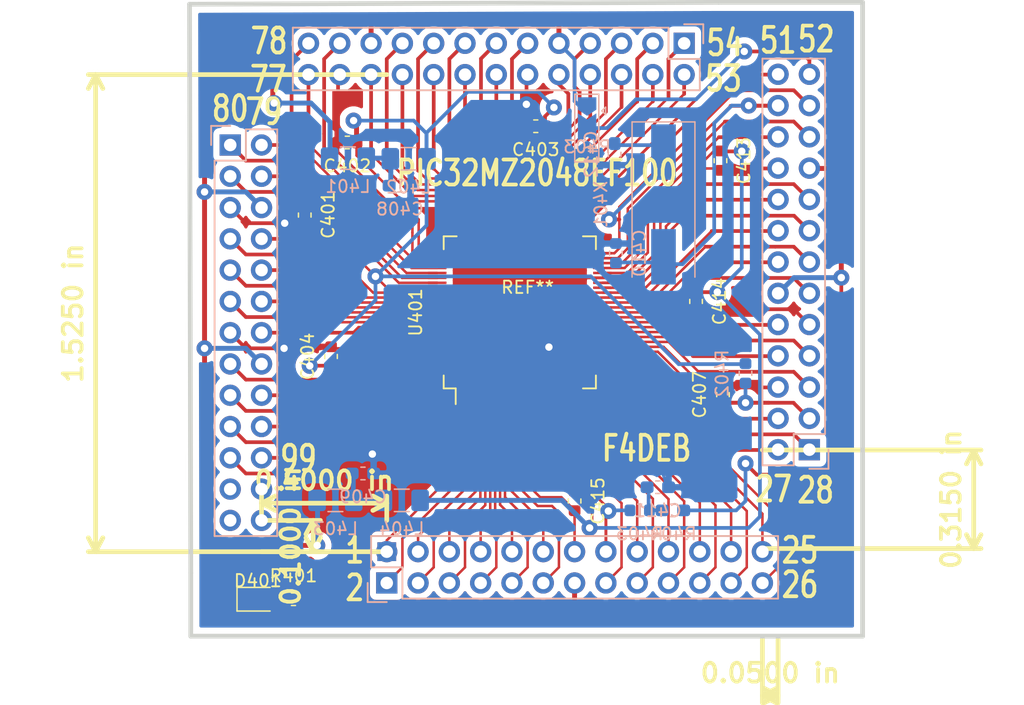
<source format=kicad_pcb>
(kicad_pcb (version 20171130) (host pcbnew "(5.1.5)-3")
  (title_block (title SO64) (date "9 jun 2012") (rev V1-00) (company "CYBERNETIQUE EN NORD") (comment 1 F4DEB))
  (layers (0 Dessus signal) (31 Dessous signal) (34 B.Paste user) (35 F.Paste user) (36 B.SilkS user) (37 F.SilkS user) (38 B.Mask user hide) (39 F.Mask user hide) (44 Edge.Cuts user))
  (net 0 "")
  (net 1 "Net-(D401-Pad2)")
  (net 2 +3.3VA)
  (net 3 GNDA)
  (net 4 "Net-(C408-Pad1)")
  (net 5 "Net-(C409-Pad1)")
  (net 6 /PIC32MZ2048EF100/49)
  (net 7 "Net-(C411-Pad1)")
  (net 8 /PIC32MZ2048EF100/50)
  (net 9 /PIC32MZ2048EF100/15)
  (net 10 /PIC32MZ2048EF100/1)
  (net 11 /PIC32MZ2048EF100/2)
  (net 12 /PIC32MZ2048EF100/3)
  (net 13 /PIC32MZ2048EF100/4)
  (net 14 /PIC32MZ2048EF100/5)
  (net 15 /PIC32MZ2048EF100/6)
  (net 16 /PIC32MZ2048EF100/7)
  (net 17 /PIC32MZ2048EF100/8)
  (net 18 /PIC32MZ2048EF100/9)
  (net 19 /PIC32MZ2048EF100/10)
  (net 20 /PIC32MZ2048EF100/11)
  (net 21 /PIC32MZ2048EF100/12)
  (net 22 /PIC32MZ2048EF100/16)
  (net 23 /PIC32MZ2048EF100/17)
  (net 24 /PIC32MZ2048EF100/18)
  (net 25 /PIC32MZ2048EF100/19)
  (net 26 /PIC32MZ2048EF100/20)
  (net 27 /PIC32MZ2048EF100/21)
  (net 28 /PIC32MZ2048EF100/22)
  (net 29 /PIC32MZ2048EF100/23)
  (net 30 /PIC32MZ2048EF100/24)
  (net 31 /PIC32MZ2048EF100/25)
  (net 32 /PIC32MZ2048EF100/27)
  (net 33 /PIC32MZ2048EF100/28)
  (net 34 /PIC32MZ2048EF100/29)
  (net 35 /PIC32MZ2048EF100/32)
  (net 36 /PIC32MZ2048EF100/33)
  (net 37 /PIC32MZ2048EF100/34)
  (net 38 /PIC32MZ2048EF100/35)
  (net 39 /PIC32MZ2048EF100/38)
  (net 40 /PIC32MZ2048EF100/39)
  (net 41 /PIC32MZ2048EF100/40)
  (net 42 /PIC32MZ2048EF100/41)
  (net 43 /PIC32MZ2048EF100/42)
  (net 44 /PIC32MZ2048EF100/43)
  (net 45 /PIC32MZ2048EF100/44)
  (net 46 /PIC32MZ2048EF100/47)
  (net 47 /PIC32MZ2048EF100/48)
  (net 48 /PIC32MZ2048EF100/51)
  (net 49 /PIC32MZ2048EF100/52)
  (net 50 /PIC32MZ2048EF100/53)
  (net 51 /PIC32MZ2048EF100/54)
  (net 52 /PIC32MZ2048EF100/55)
  (net 53 /PIC32MZ2048EF100/56)
  (net 54 /PIC32MZ2048EF100/57)
  (net 55 /PIC32MZ2048EF100/58)
  (net 56 /PIC32MZ2048EF100/59)
  (net 57 /PIC32MZ2048EF100/60)
  (net 58 /PIC32MZ2048EF100/61)
  (net 59 /PIC32MZ2048EF100/64)
  (net 60 /PIC32MZ2048EF100/65)
  (net 61 /PIC32MZ2048EF100/66)
  (net 62 /PIC32MZ2048EF100/67)
  (net 63 /PIC32MZ2048EF100/68)
  (net 64 /PIC32MZ2048EF100/69)
  (net 65 /PIC32MZ2048EF100/70)
  (net 66 /PIC32MZ2048EF100/71)
  (net 67 /PIC32MZ2048EF100/72)
  (net 68 /PIC32MZ2048EF100/73)
  (net 69 /PIC32MZ2048EF100/76)
  (net 70 /PIC32MZ2048EF100/77)
  (net 71 /PIC32MZ2048EF100/78)
  (net 72 /PIC32MZ2048EF100/79)
  (net 73 /PIC32MZ2048EF100/80)
  (net 74 /PIC32MZ2048EF100/81)
  (net 75 /PIC32MZ2048EF100/82)
  (net 76 /PIC32MZ2048EF100/85)
  (net 77 /PIC32MZ2048EF100/86)
  (net 78 /PIC32MZ2048EF100/87)
  (net 79 /PIC32MZ2048EF100/88)
  (net 80 /PIC32MZ2048EF100/89)
  (net 81 /PIC32MZ2048EF100/90)
  (net 82 /PIC32MZ2048EF100/91)
  (net 83 /PIC32MZ2048EF100/94)
  (net 84 /PIC32MZ2048EF100/95)
  (net 85 /PIC32MZ2048EF100/96)
  (net 86 /PIC32MZ2048EF100/97)
  (net 87 /PIC32MZ2048EF100/98)
  (net 88 /PIC32MZ2048EF100/99)
  (net 89 /PIC32MZ2048EF100/100)
  (net 90 /PIC32MZ2048EF100/26)
  (net 91 /PIC32MZ2048EF100/30)
  (net 92 "Net-(P405-Pad23)")
  (net 93 "Net-(P405-Pad24)")
  (net 94 "Net-(P405-Pad25)")
  (net 95 "Net-(P405-Pad26)")
  (net 96 "Net-(C401-Pad1)")
  (net 97 "Net-(C413-Pad1)")
  (module F4DEB-LIBRARY-KICAD5:PIC32MZ2048EF-100 (layer Dessus) (at 201.168 118.11)
    (fp_text reference REF** (at -20.32 -10.922) (layer F.SilkS))
    (fp_text value PIC32MZ2048EF-100)
    (pad 104 thru_hole circle (at -44.45 8.001) (size 1.524 1.524) (drill 0.762) (layers *.Cu *.Mask))
    (pad 103 thru_hole circle (at -41.91 8.001) (size 1.524 1.524) (drill 0.762) (layers *.Cu *.Mask))
    (pad 102 thru_hole circle (at -44.45 5.461) (size 1.524 1.524) (drill 0.762) (layers *.Cu *.Mask))
    (pad 101 thru_hole circle (at -41.91 5.461) (size 1.524 1.524) (drill 0.762) (layers *.Cu *.Mask))
    (pad 100 thru_hole circle (at -44.45 2.921) (size 1.524 1.524) (drill 0.762) (layers *.Cu *.Mask))
    (pad 99 thru_hole circle (at -41.91 2.921) (size 1.524 1.524) (drill 0.762) (layers *.Cu *.Mask))
    (pad 98 thru_hole circle (at -44.45 0.381) (size 1.524 1.524) (drill 0.762) (layers *.Cu *.Mask))
    (pad 97 thru_hole circle (at -41.91 0.381) (size 1.524 1.524) (drill 0.762) (layers *.Cu *.Mask))
    (pad 96 thru_hole circle (at -44.45 -2.159) (size 1.524 1.524) (drill 0.762) (layers *.Cu *.Mask))
    (pad 95 thru_hole circle (at -41.91 -2.159) (size 1.524 1.524) (drill 0.762) (layers *.Cu *.Mask))
    (pad 94 thru_hole circle (at -44.45 -4.699) (size 1.524 1.524) (drill 0.762) (layers *.Cu *.Mask))
    (pad 93 thru_hole circle (at -41.91 -4.699) (size 1.524 1.524) (drill 0.762) (layers *.Cu *.Mask))
    (pad 92 thru_hole circle (at -44.45 -7.239) (size 1.524 1.524) (drill 0.762) (layers *.Cu *.Mask))
    (pad 91 thru_hole circle (at -41.91 -7.239) (size 1.524 1.524) (drill 0.762) (layers *.Cu *.Mask))
    (pad 90 thru_hole circle (at -44.45 -9.779) (size 1.524 1.524) (drill 0.762) (layers *.Cu *.Mask))
    (pad 89 thru_hole circle (at -41.91 -9.779) (size 1.524 1.524) (drill 0.762) (layers *.Cu *.Mask))
    (pad 88 thru_hole circle (at -44.45 -12.319) (size 1.524 1.524) (drill 0.762) (layers *.Cu *.Mask))
    (pad 87 thru_hole circle (at -41.91 -12.319) (size 1.524 1.524) (drill 0.762) (layers *.Cu *.Mask))
    (pad 86 thru_hole circle (at -44.45 -14.859) (size 1.524 1.524) (drill 0.762) (layers *.Cu *.Mask))
    (pad 85 thru_hole circle (at -41.91 -14.859) (size 1.524 1.524) (drill 0.762) (layers *.Cu *.Mask))
    (pad 84 thru_hole circle (at -44.45 -17.399) (size 1.524 1.524) (drill 0.762) (layers *.Cu *.Mask))
    (pad 83 thru_hole circle (at -41.91 -17.399) (size 1.524 1.524) (drill 0.762) (layers *.Cu *.Mask))
    (pad 82 thru_hole circle (at -44.45 -19.939) (size 1.524 1.524) (drill 0.762) (layers *.Cu *.Mask))
    (pad 81 thru_hole circle (at -41.91 -19.939) (size 1.524 1.524) (drill 0.762) (layers *.Cu *.Mask))
    (pad 80 thru_hole circle (at -44.45 -22.479) (size 1.524 1.524) (drill 0.762) (layers *.Cu *.Mask))
    (pad 79 thru_hole circle (at -41.91 -22.479) (size 1.524 1.524) (drill 0.762) (layers *.Cu *.Mask))
    (pad 78 thru_hole circle (at -38.1 -30.734) (size 1.524 1.524) (drill 0.762) (layers *.Cu *.Mask))
    (pad 77 thru_hole circle (at -38.1 -28.194) (size 1.524 1.524) (drill 0.762) (layers *.Cu *.Mask))
    (pad 76 thru_hole circle (at -35.56 -30.734) (size 1.524 1.524) (drill 0.762) (layers *.Cu *.Mask))
    (pad 75 thru_hole circle (at -35.56 -28.194) (size 1.524 1.524) (drill 0.762) (layers *.Cu *.Mask))
    (pad 74 thru_hole circle (at -33.02 -30.734) (size 1.524 1.524) (drill 0.762) (layers *.Cu *.Mask))
    (pad 73 thru_hole circle (at -33.02 -28.194) (size 1.524 1.524) (drill 0.762) (layers *.Cu *.Mask))
    (pad 72 thru_hole circle (at -30.48 -30.734) (size 1.524 1.524) (drill 0.762) (layers *.Cu *.Mask))
    (pad 71 thru_hole circle (at -30.48 -28.194) (size 1.524 1.524) (drill 0.762) (layers *.Cu *.Mask))
    (pad 70 thru_hole circle (at -27.94 -30.734) (size 1.524 1.524) (drill 0.762) (layers *.Cu *.Mask))
    (pad 69 thru_hole circle (at -27.94 -28.194) (size 1.524 1.524) (drill 0.762) (layers *.Cu *.Mask))
    (pad 68 thru_hole circle (at -25.4 -30.734) (size 1.524 1.524) (drill 0.762) (layers *.Cu *.Mask))
    (pad 67 thru_hole circle (at -25.4 -28.194) (size 1.524 1.524) (drill 0.762) (layers *.Cu *.Mask))
    (pad 66 thru_hole circle (at -22.86 -30.734) (size 1.524 1.524) (drill 0.762) (layers *.Cu *.Mask))
    (pad 65 thru_hole circle (at -22.86 -28.194) (size 1.524 1.524) (drill 0.762) (layers *.Cu *.Mask))
    (pad 64 thru_hole circle (at -20.32 -30.734) (size 1.524 1.524) (drill 0.762) (layers *.Cu *.Mask))
    (pad 63 thru_hole circle (at -20.32 -28.194) (size 1.524 1.524) (drill 0.762) (layers *.Cu *.Mask))
    (pad 62 thru_hole circle (at -17.78 -30.734) (size 1.524 1.524) (drill 0.762) (layers *.Cu *.Mask))
    (pad 61 thru_hole circle (at -17.78 -28.194) (size 1.524 1.524) (drill 0.762) (layers *.Cu *.Mask))
    (pad 60 thru_hole circle (at -15.24 -30.734) (size 1.524 1.524) (drill 0.762) (layers *.Cu *.Mask))
    (pad 59 thru_hole circle (at -15.24 -28.194) (size 1.524 1.524) (drill 0.762) (layers *.Cu *.Mask))
    (pad 58 thru_hole circle (at -12.7 -30.734) (size 1.524 1.524) (drill 0.762) (layers *.Cu *.Mask))
    (pad 57 thru_hole circle (at -12.7 -28.194) (size 1.524 1.524) (drill 0.762) (layers *.Cu *.Mask))
    (pad 56 thru_hole circle (at -10.16 -30.734) (size 1.524 1.524) (drill 0.762) (layers *.Cu *.Mask))
    (pad 55 thru_hole circle (at -10.16 -28.194) (size 1.524 1.524) (drill 0.762) (layers *.Cu *.Mask))
    (pad 54 thru_hole circle (at -7.62 -30.734) (size 1.524 1.524) (drill 0.762) (layers *.Cu *.Mask))
    (pad 53 thru_hole circle (at -7.62 -28.194) (size 1.524 1.524) (drill 0.762) (layers *.Cu *.Mask))
    (pad 52 thru_hole circle (at 2.54 -28.194) (size 1.524 1.524) (drill 0.762) (layers *.Cu *.Mask))
    (pad 51 thru_hole circle (at 0 -28.194) (size 1.524 1.524) (drill 0.762) (layers *.Cu *.Mask))
    (pad 50 thru_hole circle (at 2.54 -25.654) (size 1.524 1.524) (drill 0.762) (layers *.Cu *.Mask))
    (pad 49 thru_hole circle (at 0 -25.654) (size 1.524 1.524) (drill 0.762) (layers *.Cu *.Mask))
    (pad 48 thru_hole circle (at 2.54 -23.114) (size 1.524 1.524) (drill 0.762) (layers *.Cu *.Mask))
    (pad 47 thru_hole circle (at 0 -23.114) (size 1.524 1.524) (drill 0.762) (layers *.Cu *.Mask))
    (pad 46 thru_hole circle (at 2.54 -20.574) (size 1.524 1.524) (drill 0.762) (layers *.Cu *.Mask))
    (pad 45 thru_hole circle (at 0 -20.574) (size 1.524 1.524) (drill 0.762) (layers *.Cu *.Mask))
    (pad 44 thru_hole circle (at 2.54 -18.034) (size 1.524 1.524) (drill 0.762) (layers *.Cu *.Mask))
    (pad 43 thru_hole circle (at 0 -18.034) (size 1.524 1.524) (drill 0.762) (layers *.Cu *.Mask))
    (pad 42 thru_hole circle (at 2.54 -15.494) (size 1.524 1.524) (drill 0.762) (layers *.Cu *.Mask))
    (pad 41 thru_hole circle (at 0 -15.494) (size 1.524 1.524) (drill 0.762) (layers *.Cu *.Mask))
    (pad 40 thru_hole circle (at 2.54 -12.954) (size 1.524 1.524) (drill 0.762) (layers *.Cu *.Mask))
    (pad 39 thru_hole circle (at 0 -12.954) (size 1.524 1.524) (drill 0.762) (layers *.Cu *.Mask))
    (pad 38 thru_hole circle (at 2.54 -10.414) (size 1.524 1.524) (drill 0.762) (layers *.Cu *.Mask))
    (pad 37 thru_hole circle (at 0 -10.414) (size 1.524 1.524) (drill 0.762) (layers *.Cu *.Mask))
    (pad 36 thru_hole circle (at 2.54 -7.874) (size 1.524 1.524) (drill 0.762) (layers *.Cu *.Mask))
    (pad 35 thru_hole circle (at 0 -7.874) (size 1.524 1.524) (drill 0.762) (layers *.Cu *.Mask))
    (pad 34 thru_hole circle (at 2.54 -5.334) (size 1.524 1.524) (drill 0.762) (layers *.Cu *.Mask))
    (pad 33 thru_hole circle (at 0 -5.334) (size 1.524 1.524) (drill 0.762) (layers *.Cu *.Mask))
    (pad 32 thru_hole circle (at 2.54 -2.794) (size 1.524 1.524) (drill 0.762) (layers *.Cu *.Mask))
    (pad 31 thru_hole circle (at 0 -2.794) (size 1.524 1.524) (drill 0.762) (layers *.Cu *.Mask))
    (pad 30 thru_hole circle (at 2.54 -0.254) (size 1.524 1.524) (drill 0.762) (layers *.Cu *.Mask))
    (pad 29 thru_hole circle (at 0 -0.254) (size 1.524 1.524) (drill 0.762) (layers *.Cu *.Mask))
    (pad 28 thru_hole circle (at 2.54 2.286) (size 1.524 1.524) (drill 0.762) (layers *.Cu *.Mask))
    (pad 27 thru_hole circle (at 0 2.286) (size 1.524 1.524) (drill 0.762) (layers *.Cu *.Mask))
    (pad 26 thru_hole circle (at -1.27 13.081) (size 1.524 1.524) (drill 0.762) (layers *.Cu *.Mask))
    (pad 25 thru_hole circle (at -1.27 10.541) (size 1.524 1.524) (drill 0.762) (layers *.Cu *.Mask))
    (pad 24 thru_hole circle (at -3.81 13.081) (size 1.524 1.524) (drill 0.762) (layers *.Cu *.Mask))
    (pad 23 thru_hole circle (at -3.81 10.541) (size 1.524 1.524) (drill 0.762) (layers *.Cu *.Mask))
    (pad 22 thru_hole circle (at -6.35 13.081) (size 1.524 1.524) (drill 0.762) (layers *.Cu *.Mask))
    (pad 21 thru_hole circle (at -6.35 10.541) (size 1.524 1.524) (drill 0.762) (layers *.Cu *.Mask))
    (pad 20 thru_hole circle (at -8.89 13.081) (size 1.524 1.524) (drill 0.762) (layers *.Cu *.Mask))
    (pad 19 thru_hole circle (at -8.89 10.541) (size 1.524 1.524) (drill 0.762) (layers *.Cu *.Mask))
    (pad 18 thru_hole circle (at -11.43 13.081) (size 1.524 1.524) (drill 0.762) (layers *.Cu *.Mask))
    (pad 17 thru_hole circle (at -11.43 10.541) (size 1.524 1.524) (drill 0.762) (layers *.Cu *.Mask))
    (pad 16 thru_hole circle (at -13.97 13.081) (size 1.524 1.524) (drill 0.762) (layers *.Cu *.Mask))
    (pad 15 thru_hole circle (at -13.97 10.541) (size 1.524 1.524) (drill 0.762) (layers *.Cu *.Mask))
    (pad 14 thru_hole circle (at -16.51 13.081) (size 1.524 1.524) (drill 0.762) (layers *.Cu *.Mask))
    (pad 13 thru_hole circle (at -16.51 10.541) (size 1.524 1.524) (drill 0.762) (layers *.Cu *.Mask))
    (pad 12 thru_hole circle (at -19.05 13.081) (size 1.524 1.524) (drill 0.762) (layers *.Cu *.Mask))
    (pad 11 thru_hole circle (at -19.05 10.541) (size 1.524 1.524) (drill 0.762) (layers *.Cu *.Mask))
    (pad 10 thru_hole circle (at -21.59 13.081) (size 1.524 1.524) (drill 0.762) (layers *.Cu *.Mask))
    (pad 9 thru_hole circle (at -21.59 10.541) (size 1.524 1.524) (drill 0.762) (layers *.Cu *.Mask))
    (pad 8 thru_hole circle (at -24.13 13.081) (size 1.524 1.524) (drill 0.762) (layers *.Cu *.Mask))
    (pad 7 thru_hole circle (at -24.13 10.541) (size 1.524 1.524) (drill 0.762) (layers *.Cu *.Mask))
    (pad 6 thru_hole circle (at -26.67 13.081) (size 1.524 1.524) (drill 0.762) (layers *.Cu *.Mask))
    (pad 5 thru_hole circle (at -26.67 10.541) (size 1.524 1.524) (drill 0.762) (layers *.Cu *.Mask))
    (pad 4 thru_hole circle (at -29.21 13.081) (size 1.524 1.524) (drill 0.762) (layers *.Cu *.Mask))
    (pad 3 thru_hole circle (at -29.21 10.541) (size 1.524 1.524) (drill 0.762) (layers *.Cu *.Mask))
    (pad 2 thru_hole circle (at -31.75 13.081) (size 1.524 1.524) (drill 0.762) (layers *.Cu *.Mask))
    (pad 1 thru_hole rect (at -31.75 10.541) (size 1.524 1.524) (drill 0.762) (layers *.Cu *.Mask))
  )
  (module Socket_Strips:Socket_Strip_Straight_2x13 (layer Dessous) (at 169.418 131.191)
    (fp_text reference P401 hide)
    (fp_text value CONN_13X2)
    (pad 1 thru_hole rect (at 0 0) (size 1.7272 1.7272) (drill 1.016) (layers *.Cu *.Mask) (net 11 /PIC32MZ2048EF100/2))
    (pad 2 thru_hole oval (at 0 -2.54) (size 1.7272 1.7272) (drill 1.016) (layers *.Cu *.Mask) (net 10 /PIC32MZ2048EF100/1))
    (pad 3 thru_hole oval (at 2.54 0) (size 1.7272 1.7272) (drill 1.016) (layers *.Cu *.Mask) (net 13 /PIC32MZ2048EF100/4))
    (pad 4 thru_hole oval (at 2.54 -2.54) (size 1.7272 1.7272) (drill 1.016) (layers *.Cu *.Mask) (net 12 /PIC32MZ2048EF100/3))
    (pad 5 thru_hole oval (at 5.08 0) (size 1.7272 1.7272) (drill 1.016) (layers *.Cu *.Mask) (net 15 /PIC32MZ2048EF100/6))
    (pad 6 thru_hole oval (at 5.08 -2.54) (size 1.7272 1.7272) (drill 1.016) (layers *.Cu *.Mask) (net 14 /PIC32MZ2048EF100/5))
    (pad 7 thru_hole oval (at 7.62 0) (size 1.7272 1.7272) (drill 1.016) (layers *.Cu *.Mask) (net 17 /PIC32MZ2048EF100/8))
    (pad 8 thru_hole oval (at 7.62 -2.54) (size 1.7272 1.7272) (drill 1.016) (layers *.Cu *.Mask) (net 16 /PIC32MZ2048EF100/7))
    (pad 9 thru_hole oval (at 10.16 0) (size 1.7272 1.7272) (drill 1.016) (layers *.Cu *.Mask) (net 19 /PIC32MZ2048EF100/10))
    (pad 10 thru_hole oval (at 10.16 -2.54) (size 1.7272 1.7272) (drill 1.016) (layers *.Cu *.Mask) (net 18 /PIC32MZ2048EF100/9))
    (pad 11 thru_hole oval (at 12.7 0) (size 1.7272 1.7272) (drill 1.016) (layers *.Cu *.Mask) (net 21 /PIC32MZ2048EF100/12))
    (pad 12 thru_hole oval (at 12.7 -2.54) (size 1.7272 1.7272) (drill 1.016) (layers *.Cu *.Mask) (net 20 /PIC32MZ2048EF100/11))
    (pad 13 thru_hole oval (at 15.24 0) (size 1.7272 1.7272) (drill 1.016) (layers *.Cu *.Mask) (net 2 +3.3VA))
    (pad 14 thru_hole oval (at 15.24 -2.54) (size 1.7272 1.7272) (drill 1.016) (layers *.Cu *.Mask) (net 3 GNDA))
    (pad 15 thru_hole oval (at 17.78 0) (size 1.7272 1.7272) (drill 1.016) (layers *.Cu *.Mask) (net 22 /PIC32MZ2048EF100/16))
    (pad 16 thru_hole oval (at 17.78 -2.54) (size 1.7272 1.7272) (drill 1.016) (layers *.Cu *.Mask) (net 9 /PIC32MZ2048EF100/15))
    (pad 17 thru_hole oval (at 20.32 0) (size 1.7272 1.7272) (drill 1.016) (layers *.Cu *.Mask) (net 24 /PIC32MZ2048EF100/18))
    (pad 18 thru_hole oval (at 20.32 -2.54) (size 1.7272 1.7272) (drill 1.016) (layers *.Cu *.Mask) (net 23 /PIC32MZ2048EF100/17))
    (pad 19 thru_hole oval (at 22.86 0) (size 1.7272 1.7272) (drill 1.016) (layers *.Cu *.Mask) (net 26 /PIC32MZ2048EF100/20))
    (pad 20 thru_hole oval (at 22.86 -2.54) (size 1.7272 1.7272) (drill 1.016) (layers *.Cu *.Mask) (net 25 /PIC32MZ2048EF100/19))
    (pad 21 thru_hole oval (at 25.4 0) (size 1.7272 1.7272) (drill 1.016) (layers *.Cu *.Mask) (net 28 /PIC32MZ2048EF100/22))
    (pad 22 thru_hole oval (at 25.4 -2.54) (size 1.7272 1.7272) (drill 1.016) (layers *.Cu *.Mask) (net 27 /PIC32MZ2048EF100/21))
    (pad 23 thru_hole oval (at 27.94 0) (size 1.7272 1.7272) (drill 1.016) (layers *.Cu *.Mask) (net 30 /PIC32MZ2048EF100/24))
    (pad 24 thru_hole oval (at 27.94 -2.54) (size 1.7272 1.7272) (drill 1.016) (layers *.Cu *.Mask) (net 29 /PIC32MZ2048EF100/23))
    (pad 25 thru_hole oval (at 30.48 0) (size 1.7272 1.7272) (drill 1.016) (layers *.Cu *.Mask) (net 90 /PIC32MZ2048EF100/26))
    (pad 26 thru_hole oval (at 30.48 -2.54) (size 1.7272 1.7272) (drill 1.016) (layers *.Cu *.Mask) (net 31 /PIC32MZ2048EF100/25))
  )
  (module Crystal:Crystal_SMD_HC49-SD (layer Dessous) (at 191.8716 100.457 270)
    (fp_text reference X401 (at 0 5.08 270) (layer B.SilkS) (effects (justify mirror)))
    (fp_text value 24Mhz)
    (pad 2 smd rect (at 4.25 0 270) (size 4.5 2) (layers Dessous B.Paste B.Mask) (net 6 /PIC32MZ2048EF100/49))
    (pad 1 smd rect (at -4.25 0 270) (size 4.5 2) (layers Dessous B.Paste B.Mask) (net 8 /PIC32MZ2048EF100/50))
  )
  (module Resistor_SMD:R_0603_1608Metric (layer Dessus) (at 161.8488 132.5118)
    (fp_text reference R401 (at 0 -1.9) (layer F.SilkS))
    (fp_text value 1k)
    (pad 2 smd roundrect (at 0.7875 0) (size 0.875 0.95) (layers Dessus F.Paste F.Mask) (net 3 GNDA))
    (pad 1 smd roundrect (at -0.7875 0) (size 0.875 0.95) (layers Dessus F.Paste F.Mask) (net 1 "Net-(D401-Pad2)"))
  )
  (module LED_SMD:LED_0805_2012Metric (layer Dessus) (at 158.9532 132.5118)
    (fp_text reference D401 (at 0 -1.5) (layer F.SilkS))
    (fp_text value LED)
    (pad 2 smd roundrect (at 0.9375 0) (size 0.975 1.4) (layers Dessus F.Paste F.Mask) (net 1 "Net-(D401-Pad2)"))
    (pad 1 smd roundrect (at -0.9375 0) (size 0.975 1.4) (layers Dessus F.Paste F.Mask) (net 2 +3.3VA))
  )
  (module Package_QFP:TQFP-100_12x12mm_P0.4mm (layer Dessus) (at 180.213 109.22 90)
    (fp_text reference U401 (at 0 -8.45 90) (layer F.SilkS))
    (fp_text value PIC32MZ2048EF100)
    (pad 100 smd rect (at -4.8 -6.7 180) (size 1.5 0.2) (layers Dessus F.Paste F.Mask) (net 89 /PIC32MZ2048EF100/100))
    (pad 99 smd rect (at -4.4 -6.7 180) (size 1.5 0.2) (layers Dessus F.Paste F.Mask) (net 88 /PIC32MZ2048EF100/99))
    (pad 98 smd rect (at -4 -6.7 180) (size 1.5 0.2) (layers Dessus F.Paste F.Mask) (net 87 /PIC32MZ2048EF100/98))
    (pad 97 smd rect (at -3.6 -6.7 180) (size 1.5 0.2) (layers Dessus F.Paste F.Mask) (net 86 /PIC32MZ2048EF100/97))
    (pad 96 smd rect (at -3.2 -6.7 180) (size 1.5 0.2) (layers Dessus F.Paste F.Mask) (net 85 /PIC32MZ2048EF100/96))
    (pad 95 smd rect (at -2.8 -6.7 180) (size 1.5 0.2) (layers Dessus F.Paste F.Mask) (net 84 /PIC32MZ2048EF100/95))
    (pad 94 smd rect (at -2.4 -6.7 180) (size 1.5 0.2) (layers Dessus F.Paste F.Mask) (net 83 /PIC32MZ2048EF100/94))
    (pad 93 smd rect (at -2 -6.7 180) (size 1.5 0.2) (layers Dessus F.Paste F.Mask) (net 96 "Net-(C401-Pad1)"))
    (pad 92 smd rect (at -1.6 -6.7 180) (size 1.5 0.2) (layers Dessus F.Paste F.Mask) (net 3 GNDA))
    (pad 91 smd rect (at -1.2 -6.7 180) (size 1.5 0.2) (layers Dessus F.Paste F.Mask) (net 82 /PIC32MZ2048EF100/91))
    (pad 90 smd rect (at -0.8 -6.7 180) (size 1.5 0.2) (layers Dessus F.Paste F.Mask) (net 81 /PIC32MZ2048EF100/90))
    (pad 89 smd rect (at -0.4 -6.7 180) (size 1.5 0.2) (layers Dessus F.Paste F.Mask) (net 80 /PIC32MZ2048EF100/89))
    (pad 88 smd rect (at 0 -6.7 180) (size 1.5 0.2) (layers Dessus F.Paste F.Mask) (net 79 /PIC32MZ2048EF100/88))
    (pad 87 smd rect (at 0.4 -6.7 180) (size 1.5 0.2) (layers Dessus F.Paste F.Mask) (net 78 /PIC32MZ2048EF100/87))
    (pad 86 smd rect (at 0.8 -6.7 180) (size 1.5 0.2) (layers Dessus F.Paste F.Mask) (net 77 /PIC32MZ2048EF100/86))
    (pad 85 smd rect (at 1.2 -6.7 180) (size 1.5 0.2) (layers Dessus F.Paste F.Mask) (net 76 /PIC32MZ2048EF100/85))
    (pad 84 smd rect (at 1.6 -6.7 180) (size 1.5 0.2) (layers Dessus F.Paste F.Mask) (net 3 GNDA))
    (pad 83 smd rect (at 2 -6.7 180) (size 1.5 0.2) (layers Dessus F.Paste F.Mask) (net 96 "Net-(C401-Pad1)"))
    (pad 82 smd rect (at 2.4 -6.7 180) (size 1.5 0.2) (layers Dessus F.Paste F.Mask) (net 75 /PIC32MZ2048EF100/82))
    (pad 81 smd rect (at 2.8 -6.7 180) (size 1.5 0.2) (layers Dessus F.Paste F.Mask) (net 74 /PIC32MZ2048EF100/81))
    (pad 80 smd rect (at 3.2 -6.7 180) (size 1.5 0.2) (layers Dessus F.Paste F.Mask) (net 73 /PIC32MZ2048EF100/80))
    (pad 79 smd rect (at 3.6 -6.7 180) (size 1.5 0.2) (layers Dessus F.Paste F.Mask) (net 72 /PIC32MZ2048EF100/79))
    (pad 78 smd rect (at 4 -6.7 180) (size 1.5 0.2) (layers Dessus F.Paste F.Mask) (net 71 /PIC32MZ2048EF100/78))
    (pad 77 smd rect (at 4.4 -6.7 180) (size 1.5 0.2) (layers Dessus F.Paste F.Mask) (net 70 /PIC32MZ2048EF100/77))
    (pad 76 smd rect (at 4.8 -6.7 180) (size 1.5 0.2) (layers Dessus F.Paste F.Mask) (net 69 /PIC32MZ2048EF100/76))
    (pad 75 smd rect (at 6.7 -4.8 90) (size 1.5 0.2) (layers Dessus F.Paste F.Mask) (net 3 GNDA))
    (pad 74 smd rect (at 6.7 -4.4 90) (size 1.5 0.2) (layers Dessus F.Paste F.Mask) (net 96 "Net-(C401-Pad1)"))
    (pad 73 smd rect (at 6.7 -4 90) (size 1.5 0.2) (layers Dessus F.Paste F.Mask) (net 68 /PIC32MZ2048EF100/73))
    (pad 72 smd rect (at 6.7 -3.6 90) (size 1.5 0.2) (layers Dessus F.Paste F.Mask) (net 67 /PIC32MZ2048EF100/72))
    (pad 71 smd rect (at 6.7 -3.2 90) (size 1.5 0.2) (layers Dessus F.Paste F.Mask) (net 66 /PIC32MZ2048EF100/71))
    (pad 70 smd rect (at 6.7 -2.8 90) (size 1.5 0.2) (layers Dessus F.Paste F.Mask) (net 65 /PIC32MZ2048EF100/70))
    (pad 69 smd rect (at 6.7 -2.4 90) (size 1.5 0.2) (layers Dessus F.Paste F.Mask) (net 64 /PIC32MZ2048EF100/69))
    (pad 68 smd rect (at 6.7 -2 90) (size 1.5 0.2) (layers Dessus F.Paste F.Mask) (net 63 /PIC32MZ2048EF100/68))
    (pad 67 smd rect (at 6.7 -1.6 90) (size 1.5 0.2) (layers Dessus F.Paste F.Mask) (net 62 /PIC32MZ2048EF100/67))
    (pad 66 smd rect (at 6.7 -1.2 90) (size 1.5 0.2) (layers Dessus F.Paste F.Mask) (net 61 /PIC32MZ2048EF100/66))
    (pad 65 smd rect (at 6.7 -0.8 90) (size 1.5 0.2) (layers Dessus F.Paste F.Mask) (net 60 /PIC32MZ2048EF100/65))
    (pad 64 smd rect (at 6.7 -0.4 90) (size 1.5 0.2) (layers Dessus F.Paste F.Mask) (net 59 /PIC32MZ2048EF100/64))
    (pad 63 smd rect (at 6.7 0 90) (size 1.5 0.2) (layers Dessus F.Paste F.Mask) (net 3 GNDA))
    (pad 62 smd rect (at 6.7 0.4 90) (size 1.5 0.2) (layers Dessus F.Paste F.Mask) (net 96 "Net-(C401-Pad1)"))
    (pad 61 smd rect (at 6.7 0.8 90) (size 1.5 0.2) (layers Dessus F.Paste F.Mask) (net 58 /PIC32MZ2048EF100/61))
    (pad 60 smd rect (at 6.7 1.2 90) (size 1.5 0.2) (layers Dessus F.Paste F.Mask) (net 57 /PIC32MZ2048EF100/60))
    (pad 59 smd rect (at 6.7 1.6 90) (size 1.5 0.2) (layers Dessus F.Paste F.Mask) (net 56 /PIC32MZ2048EF100/59))
    (pad 58 smd rect (at 6.7 2 90) (size 1.5 0.2) (layers Dessus F.Paste F.Mask) (net 55 /PIC32MZ2048EF100/58))
    (pad 57 smd rect (at 6.7 2.4 90) (size 1.5 0.2) (layers Dessus F.Paste F.Mask) (net 54 /PIC32MZ2048EF100/57))
    (pad 56 smd rect (at 6.7 2.8 90) (size 1.5 0.2) (layers Dessus F.Paste F.Mask) (net 53 /PIC32MZ2048EF100/56))
    (pad 55 smd rect (at 6.7 3.2 90) (size 1.5 0.2) (layers Dessus F.Paste F.Mask) (net 52 /PIC32MZ2048EF100/55))
    (pad 54 smd rect (at 6.7 3.6 90) (size 1.5 0.2) (layers Dessus F.Paste F.Mask) (net 51 /PIC32MZ2048EF100/54))
    (pad 53 smd rect (at 6.7 4 90) (size 1.5 0.2) (layers Dessus F.Paste F.Mask) (net 50 /PIC32MZ2048EF100/53))
    (pad 52 smd rect (at 6.7 4.4 90) (size 1.5 0.2) (layers Dessus F.Paste F.Mask) (net 49 /PIC32MZ2048EF100/52))
    (pad 51 smd rect (at 6.7 4.8 90) (size 1.5 0.2) (layers Dessus F.Paste F.Mask) (net 48 /PIC32MZ2048EF100/51))
    (pad 50 smd rect (at 4.8 6.7 180) (size 1.5 0.2) (layers Dessus F.Paste F.Mask) (net 8 /PIC32MZ2048EF100/50))
    (pad 49 smd rect (at 4.4 6.7 180) (size 1.5 0.2) (layers Dessus F.Paste F.Mask) (net 6 /PIC32MZ2048EF100/49))
    (pad 48 smd rect (at 4 6.7 180) (size 1.5 0.2) (layers Dessus F.Paste F.Mask) (net 47 /PIC32MZ2048EF100/48))
    (pad 47 smd rect (at 3.6 6.7 180) (size 1.5 0.2) (layers Dessus F.Paste F.Mask) (net 46 /PIC32MZ2048EF100/47))
    (pad 46 smd rect (at 3.2 6.7 180) (size 1.5 0.2) (layers Dessus F.Paste F.Mask) (net 97 "Net-(C413-Pad1)"))
    (pad 45 smd rect (at 2.8 6.7 180) (size 1.5 0.2) (layers Dessus F.Paste F.Mask) (net 3 GNDA))
    (pad 44 smd rect (at 2.4 6.7 180) (size 1.5 0.2) (layers Dessus F.Paste F.Mask) (net 45 /PIC32MZ2048EF100/44))
    (pad 43 smd rect (at 2 6.7 180) (size 1.5 0.2) (layers Dessus F.Paste F.Mask) (net 44 /PIC32MZ2048EF100/43))
    (pad 42 smd rect (at 1.6 6.7 180) (size 1.5 0.2) (layers Dessus F.Paste F.Mask) (net 43 /PIC32MZ2048EF100/42))
    (pad 41 smd rect (at 1.2 6.7 180) (size 1.5 0.2) (layers Dessus F.Paste F.Mask) (net 42 /PIC32MZ2048EF100/41))
    (pad 40 smd rect (at 0.8 6.7 180) (size 1.5 0.2) (layers Dessus F.Paste F.Mask) (net 41 /PIC32MZ2048EF100/40))
    (pad 39 smd rect (at 0.4 6.7 180) (size 1.5 0.2) (layers Dessus F.Paste F.Mask) (net 40 /PIC32MZ2048EF100/39))
    (pad 38 smd rect (at 0 6.7 180) (size 1.5 0.2) (layers Dessus F.Paste F.Mask) (net 39 /PIC32MZ2048EF100/38))
    (pad 37 smd rect (at -0.4 6.7 180) (size 1.5 0.2) (layers Dessus F.Paste F.Mask) (net 97 "Net-(C413-Pad1)"))
    (pad 36 smd rect (at -0.8 6.7 180) (size 1.5 0.2) (layers Dessus F.Paste F.Mask) (net 3 GNDA))
    (pad 35 smd rect (at -1.2 6.7 180) (size 1.5 0.2) (layers Dessus F.Paste F.Mask) (net 38 /PIC32MZ2048EF100/35))
    (pad 34 smd rect (at -1.6 6.7 180) (size 1.5 0.2) (layers Dessus F.Paste F.Mask) (net 37 /PIC32MZ2048EF100/34))
    (pad 33 smd rect (at -2 6.7 180) (size 1.5 0.2) (layers Dessus F.Paste F.Mask) (net 36 /PIC32MZ2048EF100/33))
    (pad 32 smd rect (at -2.4 6.7 180) (size 1.5 0.2) (layers Dessus F.Paste F.Mask) (net 35 /PIC32MZ2048EF100/32))
    (pad 31 smd rect (at -2.8 6.7 180) (size 1.5 0.2) (layers Dessus F.Paste F.Mask) (net 3 GNDA))
    (pad 30 smd rect (at -3.2 6.7 180) (size 1.5 0.2) (layers Dessus F.Paste F.Mask) (net 91 /PIC32MZ2048EF100/30))
    (pad 29 smd rect (at -3.6 6.7 180) (size 1.5 0.2) (layers Dessus F.Paste F.Mask) (net 34 /PIC32MZ2048EF100/29))
    (pad 28 smd rect (at -4 6.7 180) (size 1.5 0.2) (layers Dessus F.Paste F.Mask) (net 33 /PIC32MZ2048EF100/28))
    (pad 27 smd rect (at -4.4 6.7 180) (size 1.5 0.2) (layers Dessus F.Paste F.Mask) (net 32 /PIC32MZ2048EF100/27))
    (pad 26 smd rect (at -4.8 6.7 180) (size 1.5 0.2) (layers Dessus F.Paste F.Mask) (net 90 /PIC32MZ2048EF100/26))
    (pad 25 smd rect (at -6.7 4.8 90) (size 1.5 0.2) (layers Dessus F.Paste F.Mask) (net 31 /PIC32MZ2048EF100/25))
    (pad 24 smd rect (at -6.7 4.4 90) (size 1.5 0.2) (layers Dessus F.Paste F.Mask) (net 30 /PIC32MZ2048EF100/24))
    (pad 23 smd rect (at -6.7 4 90) (size 1.5 0.2) (layers Dessus F.Paste F.Mask) (net 29 /PIC32MZ2048EF100/23))
    (pad 22 smd rect (at -6.7 3.6 90) (size 1.5 0.2) (layers Dessus F.Paste F.Mask) (net 28 /PIC32MZ2048EF100/22))
    (pad 21 smd rect (at -6.7 3.2 90) (size 1.5 0.2) (layers Dessus F.Paste F.Mask) (net 27 /PIC32MZ2048EF100/21))
    (pad 20 smd rect (at -6.7 2.8 90) (size 1.5 0.2) (layers Dessus F.Paste F.Mask) (net 26 /PIC32MZ2048EF100/20))
    (pad 19 smd rect (at -6.7 2.4 90) (size 1.5 0.2) (layers Dessus F.Paste F.Mask) (net 25 /PIC32MZ2048EF100/19))
    (pad 18 smd rect (at -6.7 2 90) (size 1.5 0.2) (layers Dessus F.Paste F.Mask) (net 24 /PIC32MZ2048EF100/18))
    (pad 17 smd rect (at -6.7 1.6 90) (size 1.5 0.2) (layers Dessus F.Paste F.Mask) (net 23 /PIC32MZ2048EF100/17))
    (pad 16 smd rect (at -6.7 1.2 90) (size 1.5 0.2) (layers Dessus F.Paste F.Mask) (net 22 /PIC32MZ2048EF100/16))
    (pad 15 smd rect (at -6.7 0.8 90) (size 1.5 0.2) (layers Dessus F.Paste F.Mask) (net 9 /PIC32MZ2048EF100/15))
    (pad 14 smd rect (at -6.7 0.4 90) (size 1.5 0.2) (layers Dessus F.Paste F.Mask) (net 97 "Net-(C413-Pad1)"))
    (pad 13 smd rect (at -6.7 0 90) (size 1.5 0.2) (layers Dessus F.Paste F.Mask) (net 3 GNDA))
    (pad 12 smd rect (at -6.7 -0.4 90) (size 1.5 0.2) (layers Dessus F.Paste F.Mask) (net 21 /PIC32MZ2048EF100/12))
    (pad 11 smd rect (at -6.7 -0.8 90) (size 1.5 0.2) (layers Dessus F.Paste F.Mask) (net 20 /PIC32MZ2048EF100/11))
    (pad 10 smd rect (at -6.7 -1.2 90) (size 1.5 0.2) (layers Dessus F.Paste F.Mask) (net 19 /PIC32MZ2048EF100/10))
    (pad 9 smd rect (at -6.7 -1.6 90) (size 1.5 0.2) (layers Dessus F.Paste F.Mask) (net 18 /PIC32MZ2048EF100/9))
    (pad 8 smd rect (at -6.7 -2 90) (size 1.5 0.2) (layers Dessus F.Paste F.Mask) (net 17 /PIC32MZ2048EF100/8))
    (pad 7 smd rect (at -6.7 -2.4 90) (size 1.5 0.2) (layers Dessus F.Paste F.Mask) (net 16 /PIC32MZ2048EF100/7))
    (pad 6 smd rect (at -6.7 -2.8 90) (size 1.5 0.2) (layers Dessus F.Paste F.Mask) (net 15 /PIC32MZ2048EF100/6))
    (pad 5 smd rect (at -6.7 -3.2 90) (size 1.5 0.2) (layers Dessus F.Paste F.Mask) (net 14 /PIC32MZ2048EF100/5))
    (pad 4 smd rect (at -6.7 -3.6 90) (size 1.5 0.2) (layers Dessus F.Paste F.Mask) (net 13 /PIC32MZ2048EF100/4))
    (pad 3 smd rect (at -6.7 -4 90) (size 1.5 0.2) (layers Dessus F.Paste F.Mask) (net 12 /PIC32MZ2048EF100/3))
    (pad 2 smd rect (at -6.7 -4.4 90) (size 1.5 0.2) (layers Dessus F.Paste F.Mask) (net 11 /PIC32MZ2048EF100/2))
    (pad 1 smd rect (at -6.7 -4.8 90) (size 1.5 0.2) (layers Dessus F.Paste F.Mask) (net 10 /PIC32MZ2048EF100/1))
  )
  (module Capacitor_SMD:C_0603_1608Metric (layer Dessus) (at 194.5132 108.331 270)
    (fp_text reference C414 (at 0 -1.9 270) (layer F.SilkS))
    (fp_text value 100n)
    (pad 2 smd roundrect (at 0.7875 0 270) (size 0.875 0.95) (layers Dessus F.Paste F.Mask) (net 3 GNDA))
    (pad 1 smd roundrect (at -0.7875 0 270) (size 0.875 0.95) (layers Dessus F.Paste F.Mask) (net 97 "Net-(C413-Pad1)"))
  )
  (module Capacitor_SMD:C_0603_1608Metric (layer Dessus) (at 181.5084 94.107 180)
    (fp_text reference C403 (at 0 -1.9 180) (layer F.SilkS))
    (fp_text value 100n)
    (pad 2 smd roundrect (at 0.7875 0 180) (size 0.875 0.95) (layers Dessus F.Paste F.Mask) (net 3 GNDA))
    (pad 1 smd roundrect (at -0.7875 0 180) (size 0.875 0.95) (layers Dessus F.Paste F.Mask) (net 96 "Net-(C401-Pad1)"))
  )
  (module Capacitor_SMD:C_0603_1608Metric (layer Dessus) (at 196.4944 96.901 270)
    (fp_text reference C413 (at 0 -1.9 270) (layer F.SilkS))
    (fp_text value 100n)
    (pad 2 smd roundrect (at 0.7875 0 270) (size 0.875 0.95) (layers Dessus F.Paste F.Mask) (net 3 GNDA))
    (pad 1 smd roundrect (at -0.7875 0 270) (size 0.875 0.95) (layers Dessus F.Paste F.Mask) (net 97 "Net-(C413-Pad1)"))
  )
  (module Capacitor_SMD:C_0603_1608Metric (layer Dessus) (at 196.6976 115.9002 90)
    (fp_text reference C407 (at 0 -1.9 90) (layer F.SilkS))
    (fp_text value 100n)
    (pad 2 smd roundrect (at 0.7875 0 90) (size 0.875 0.95) (layers Dessus F.Paste F.Mask) (net 3 GNDA))
    (pad 1 smd roundrect (at -0.7875 0 90) (size 0.875 0.95) (layers Dessus F.Paste F.Mask) (net 91 /PIC32MZ2048EF100/30))
  )
  (module Capacitor_SMD:C_0603_1608Metric (layer Dessus) (at 184.658 124.5362 270)
    (fp_text reference C415 (at 0 -1.9 270) (layer F.SilkS))
    (fp_text value 100n)
    (pad 2 smd roundrect (at 0.7875 0 270) (size 0.875 0.95) (layers Dessus F.Paste F.Mask) (net 3 GNDA))
    (pad 1 smd roundrect (at -0.7875 0 270) (size 0.875 0.95) (layers Dessus F.Paste F.Mask) (net 97 "Net-(C413-Pad1)"))
  )
  (module Capacitor_SMD:C_0603_1608Metric (layer Dessus) (at 164.8968 112.8014 90)
    (fp_text reference C404 (at 0 -1.9 90) (layer F.SilkS))
    (fp_text value 100n)
    (pad 2 smd roundrect (at 0.7875 0 90) (size 0.875 0.95) (layers Dessus F.Paste F.Mask) (net 3 GNDA))
    (pad 1 smd roundrect (at -0.7875 0 90) (size 0.875 0.95) (layers Dessus F.Paste F.Mask) (net 96 "Net-(C401-Pad1)"))
  )
  (module Capacitor_SMD:C_0603_1608Metric (layer Dessus) (at 162.7632 101.3206 270)
    (fp_text reference C401 (at 0 -1.9 270) (layer F.SilkS))
    (fp_text value 100n)
    (pad 2 smd roundrect (at 0.7875 0 270) (size 0.875 0.95) (layers Dessus F.Paste F.Mask) (net 3 GNDA))
    (pad 1 smd roundrect (at -0.7875 0 270) (size 0.875 0.95) (layers Dessus F.Paste F.Mask) (net 96 "Net-(C401-Pad1)"))
  )
  (module Capacitor_SMD:C_0603_1608Metric (layer Dessus) (at 166.2176 95.4278 180)
    (fp_text reference C402 (at 0 -1.9 180) (layer F.SilkS))
    (fp_text value 100n)
    (pad 2 smd roundrect (at 0.7875 0 180) (size 0.875 0.95) (layers Dessus F.Paste F.Mask) (net 3 GNDA))
    (pad 1 smd roundrect (at -0.7875 0 180) (size 0.875 0.95) (layers Dessus F.Paste F.Mask) (net 96 "Net-(C401-Pad1)"))
  )
  (module Jumper:SolderJumper-3_P2.0mm_Open_TrianglePad1.0x1.5mm (layer Dessous) (at 185.674 94.2594 270)
    (fp_text reference P403 (at 1.524 0) (layer B.SilkS) (effects (justify mirror)))
    (fp_text value CAVALIER2)
    (pad 3 smd custom (at 2 0 90) (size 0.3 0.3) (layers Dessous B.Mask) (net 3 GNDA) (options (clearance outline) (anchor rect)) (primitives (gr_poly (pts (xy -0.5 0.75) (xy 0.5 0.75) (xy 1 0) (xy 0.5 -0.75) (xy -0.5 -0.75)) (width 0))))
    (pad 2 smd custom (at 0 0 270) (size 0.3 0.3) (layers Dessous) (net 49 /PIC32MZ2048EF100/52) (options (clearance outline) (anchor rect)) (primitives (gr_poly (pts (xy -1.2 0.75) (xy 1.2 0.75) (xy 0.7 0) (xy 1.2 -0.75) (xy -1.2 -0.75) (xy -0.7 0)) (width 0))))
    (pad 1 smd custom (at -2 0 270) (size 0.3 0.3) (layers Dessous B.Mask) (net 2 +3.3VA) (options (clearance outline) (anchor rect)) (primitives (gr_poly (pts (xy -0.5 0.75) (xy 0.5 0.75) (xy 1 0) (xy 0.5 -0.75) (xy -0.5 -0.75)) (width 0))))
  )
  (module Capacitor_SMD:C_0603_1608Metric (layer Dessous) (at 188.0108 104.4194 90)
    (fp_text reference C410 (at 0 1.9 90) (layer B.SilkS) (effects (justify mirror)))
    (fp_text value 22p)
    (pad 2 smd roundrect (at 0.7875 0 90) (size 0.875 0.95) (layers Dessous B.Paste B.Mask) (net 3 GNDA))
    (pad 1 smd roundrect (at -0.7875 0 90) (size 0.875 0.95) (layers Dessous B.Paste B.Mask) (net 6 /PIC32MZ2048EF100/49))
  )
  (module Resistor_SMD:R_0603_1608Metric (layer Dessous) (at 198.5264 114.173 270)
    (fp_text reference R402 (at 0 1.9 270) (layer B.SilkS) (effects (justify mirror)))
    (fp_text value 0)
    (pad 2 smd roundrect (at 0.7875 0 270) (size 0.875 0.95) (layers Dessous B.Paste B.Mask) (net 91 /PIC32MZ2048EF100/30))
    (pad 1 smd roundrect (at -0.7875 0 270) (size 0.875 0.95) (layers Dessous B.Paste B.Mask) (net 96 "Net-(C401-Pad1)"))
  )
  (module Resistor_SMD:R_0603_1608Metric (layer Dessous) (at 189.9412 125.2982)
    (fp_text reference R403 (at 0 1.9) (layer B.SilkS) (effects (justify mirror)))
    (fp_text value 1k)
    (pad 2 smd roundrect (at 0.7875 0) (size 0.875 0.95) (layers Dessous B.Paste B.Mask) (net 7 "Net-(C411-Pad1)"))
    (pad 1 smd roundrect (at -0.7875 0) (size 0.875 0.95) (layers Dessous B.Paste B.Mask) (net 9 /PIC32MZ2048EF100/15))
  )
  (module Resistor_SMD:R_0603_1608Metric_Pad1.05x0.95mm_HandSolder (layer Dessous) (at 192.6336 125.2982)
    (fp_text reference R404 (at 0 1.9) (layer B.SilkS) (effects (justify mirror)))
    (fp_text value 10k)
    (pad 2 smd roundrect (at 0.875 0) (size 1.05 0.95) (layers Dessous B.Paste B.Mask) (net 2 +3.3VA))
    (pad 1 smd roundrect (at -0.875 0) (size 1.05 0.95) (layers Dessous B.Paste B.Mask) (net 7 "Net-(C411-Pad1)"))
  )
  (module Capacitor_SMD:C_0603_1608Metric_Pad1.05x0.95mm_HandSolder (layer Dessous) (at 191.4144 123.4186)
    (fp_text reference C411 (at 0 1.9) (layer B.SilkS) (effects (justify mirror)))
    (fp_text value 100n)
    (pad 2 smd roundrect (at 0.875 0) (size 1.05 0.95) (layers Dessous B.Paste B.Mask) (net 3 GNDA))
    (pad 1 smd roundrect (at -0.875 0) (size 1.05 0.95) (layers Dessous B.Paste B.Mask) (net 7 "Net-(C411-Pad1)"))
  )
  (module Capacitor_SMD:C_0603_1608Metric_Pad1.05x0.95mm_HandSolder (layer Dessous) (at 167.4876 122.301)
    (fp_text reference C409 (at 0 1.9) (layer B.SilkS) (effects (justify mirror)))
    (fp_text value 10n)
    (pad 2 smd roundrect (at 0.875 0) (size 1.05 0.95) (layers Dessous B.Paste B.Mask) (net 3 GNDA))
    (pad 1 smd roundrect (at -0.875 0) (size 1.05 0.95) (layers Dessous B.Paste B.Mask) (net 5 "Net-(C409-Pad1)"))
  )
  (module Inductor_SMD:L_1206_3216Metric_Pad1.42x1.75mm_HandSolder (layer Dessous) (at 170.6372 124.4854)
    (fp_text reference L404 (at 0 2.3) (layer B.SilkS) (effects (justify mirror)))
    (fp_text value Ferrite_Bead_Small)
    (pad 2 smd roundrect (at 1.4875 0) (size 1.425 1.75) (layers Dessous B.Paste B.Mask) (roundrect_rratio 0.175439) (net 97 "Net-(C413-Pad1)"))
    (pad 1 smd roundrect (at -1.4875 0) (size 1.425 1.75) (layers Dessous B.Paste B.Mask) (roundrect_rratio 0.175439) (net 5 "Net-(C409-Pad1)"))
  )
  (module Inductor_SMD:L_1206_3216Metric_Pad1.42x1.75mm_HandSolder (layer Dessous) (at 165.2524 124.4854)
    (fp_text reference L403 (at 0 2.3) (layer B.SilkS) (effects (justify mirror)))
    (fp_text value Ferrite_Bead_Small)
    (pad 2 smd roundrect (at 1.4875 0) (size 1.425 1.75) (layers Dessous B.Paste B.Mask) (roundrect_rratio 0.175439) (net 5 "Net-(C409-Pad1)"))
    (pad 1 smd roundrect (at -1.4875 0) (size 1.425 1.75) (layers Dessous B.Paste B.Mask) (roundrect_rratio 0.175439) (net 2 +3.3VA))
  )
  (module Capacitor_SMD:C_0603_1608Metric_Pad1.05x0.95mm_HandSolder (layer Dessous) (at 187.9092 96.393 270)
    (fp_text reference C412 (at 0 1.9 270) (layer B.SilkS) (effects (justify mirror)))
    (fp_text value 22p)
    (pad 2 smd roundrect (at 0.875 0 270) (size 1.05 0.95) (layers Dessous B.Paste B.Mask) (net 3 GNDA))
    (pad 1 smd roundrect (at -0.875 0 270) (size 1.05 0.95) (layers Dessous B.Paste B.Mask) (net 8 /PIC32MZ2048EF100/50))
  )
  (module Inductor_SMD:L_1206_3216Metric_Pad1.42x1.75mm_HandSolder (layer Dessous) (at 171.196 96.7486)
    (fp_text reference L402 (at 0 2.3) (layer B.SilkS) (effects (justify mirror)))
    (fp_text value Ferrite_Bead_Small)
    (pad 2 smd roundrect (at 1.4875 0) (size 1.425 1.75) (layers Dessous B.Paste B.Mask) (roundrect_rratio 0.175439) (net 96 "Net-(C401-Pad1)"))
    (pad 1 smd roundrect (at -1.4875 0) (size 1.425 1.75) (layers Dessous B.Paste B.Mask) (roundrect_rratio 0.175439) (net 4 "Net-(C408-Pad1)"))
  )
  (module Inductor_SMD:L_1206_3216Metric_Pad1.42x1.75mm_HandSolder (layer Dessous) (at 166.2684 96.6978)
    (fp_text reference L401 (at 0 2.3) (layer B.SilkS) (effects (justify mirror)))
    (fp_text value Ferrite_Bead_Small)
    (pad 2 smd roundrect (at 1.4875 0) (size 1.425 1.75) (layers Dessous B.Paste B.Mask) (roundrect_rratio 0.175439) (net 4 "Net-(C408-Pad1)"))
    (pad 1 smd roundrect (at -1.4875 0) (size 1.425 1.75) (layers Dessous B.Paste B.Mask) (roundrect_rratio 0.175439) (net 2 +3.3VA))
  )
  (module Capacitor_SMD:C_0603_1608Metric_Pad1.05x0.95mm_HandSolder (layer Dessous) (at 170.4848 98.933)
    (fp_text reference C408 (at 0 1.9) (layer B.SilkS) (effects (justify mirror)))
    (fp_text value 10n)
    (pad 2 smd roundrect (at 0.875 0) (size 1.05 0.95) (layers Dessous B.Paste B.Mask) (net 3 GNDA))
    (pad 1 smd roundrect (at -0.875 0) (size 1.05 0.95) (layers Dessous B.Paste B.Mask) (net 4 "Net-(C408-Pad1)"))
  )
  (module Socket_Strips:Socket_Strip_Straight_2x13 (layer Dessous) (at 203.708 120.3706 90)
    (fp_text reference P402 hide)
    (fp_text value CONN_13X2)
    (pad 1 thru_hole rect (at 0 0 90) (size 1.7272 1.7272) (drill 1.016) (layers *.Cu *.Mask) (net 33 /PIC32MZ2048EF100/28))
    (pad 2 thru_hole oval (at 0 -2.54 90) (size 1.7272 1.7272) (drill 1.016) (layers *.Cu *.Mask) (net 32 /PIC32MZ2048EF100/27))
    (pad 3 thru_hole oval (at 2.54 0 90) (size 1.7272 1.7272) (drill 1.016) (layers *.Cu *.Mask) (net 91 /PIC32MZ2048EF100/30))
    (pad 4 thru_hole oval (at 2.54 -2.54 90) (size 1.7272 1.7272) (drill 1.016) (layers *.Cu *.Mask) (net 34 /PIC32MZ2048EF100/29))
    (pad 5 thru_hole oval (at 5.08 0 90) (size 1.7272 1.7272) (drill 1.016) (layers *.Cu *.Mask) (net 35 /PIC32MZ2048EF100/32))
    (pad 6 thru_hole oval (at 5.08 -2.54 90) (size 1.7272 1.7272) (drill 1.016) (layers *.Cu *.Mask) (net 3 GNDA))
    (pad 7 thru_hole oval (at 7.62 0 90) (size 1.7272 1.7272) (drill 1.016) (layers *.Cu *.Mask) (net 37 /PIC32MZ2048EF100/34))
    (pad 8 thru_hole oval (at 7.62 -2.54 90) (size 1.7272 1.7272) (drill 1.016) (layers *.Cu *.Mask) (net 36 /PIC32MZ2048EF100/33))
    (pad 9 thru_hole oval (at 10.16 0 90) (size 1.7272 1.7272) (drill 1.016) (layers *.Cu *.Mask) (net 3 GNDA))
    (pad 10 thru_hole oval (at 10.16 -2.54 90) (size 1.7272 1.7272) (drill 1.016) (layers *.Cu *.Mask) (net 38 /PIC32MZ2048EF100/35))
    (pad 11 thru_hole oval (at 12.7 0 90) (size 1.7272 1.7272) (drill 1.016) (layers *.Cu *.Mask) (net 39 /PIC32MZ2048EF100/38))
    (pad 12 thru_hole oval (at 12.7 -2.54 90) (size 1.7272 1.7272) (drill 1.016) (layers *.Cu *.Mask) (net 2 +3.3VA))
    (pad 13 thru_hole oval (at 15.24 0 90) (size 1.7272 1.7272) (drill 1.016) (layers *.Cu *.Mask) (net 41 /PIC32MZ2048EF100/40))
    (pad 14 thru_hole oval (at 15.24 -2.54 90) (size 1.7272 1.7272) (drill 1.016) (layers *.Cu *.Mask) (net 40 /PIC32MZ2048EF100/39))
    (pad 15 thru_hole oval (at 17.78 0 90) (size 1.7272 1.7272) (drill 1.016) (layers *.Cu *.Mask) (net 43 /PIC32MZ2048EF100/42))
    (pad 16 thru_hole oval (at 17.78 -2.54 90) (size 1.7272 1.7272) (drill 1.016) (layers *.Cu *.Mask) (net 42 /PIC32MZ2048EF100/41))
    (pad 17 thru_hole oval (at 20.32 0 90) (size 1.7272 1.7272) (drill 1.016) (layers *.Cu *.Mask) (net 45 /PIC32MZ2048EF100/44))
    (pad 18 thru_hole oval (at 20.32 -2.54 90) (size 1.7272 1.7272) (drill 1.016) (layers *.Cu *.Mask) (net 44 /PIC32MZ2048EF100/43))
    (pad 19 thru_hole oval (at 22.86 0 90) (size 1.7272 1.7272) (drill 1.016) (layers *.Cu *.Mask) (net 2 +3.3VA))
    (pad 20 thru_hole oval (at 22.86 -2.54 90) (size 1.7272 1.7272) (drill 1.016) (layers *.Cu *.Mask) (net 3 GNDA))
    (pad 21 thru_hole oval (at 25.4 0 90) (size 1.7272 1.7272) (drill 1.016) (layers *.Cu *.Mask) (net 47 /PIC32MZ2048EF100/48))
    (pad 22 thru_hole oval (at 25.4 -2.54 90) (size 1.7272 1.7272) (drill 1.016) (layers *.Cu *.Mask) (net 46 /PIC32MZ2048EF100/47))
    (pad 23 thru_hole oval (at 27.94 0 90) (size 1.7272 1.7272) (drill 1.016) (layers *.Cu *.Mask) (net 8 /PIC32MZ2048EF100/50))
    (pad 24 thru_hole oval (at 27.94 -2.54 90) (size 1.7272 1.7272) (drill 1.016) (layers *.Cu *.Mask) (net 6 /PIC32MZ2048EF100/49))
    (pad 25 thru_hole oval (at 30.48 0 90) (size 1.7272 1.7272) (drill 1.016) (layers *.Cu *.Mask) (net 49 /PIC32MZ2048EF100/52))
    (pad 26 thru_hole oval (at 30.48 -2.54 90) (size 1.7272 1.7272) (drill 1.016) (layers *.Cu *.Mask) (net 48 /PIC32MZ2048EF100/51))
  )
  (module Socket_Strips:Socket_Strip_Straight_2x13 (layer Dessous) (at 193.548 87.376 180)
    (fp_text reference P404 hide)
    (fp_text value CONN_13X2)
    (pad 1 thru_hole rect (at 0 0 180) (size 1.7272 1.7272) (drill 1.016) (layers *.Cu *.Mask) (net 51 /PIC32MZ2048EF100/54))
    (pad 2 thru_hole oval (at 0 -2.54 180) (size 1.7272 1.7272) (drill 1.016) (layers *.Cu *.Mask) (net 50 /PIC32MZ2048EF100/53))
    (pad 3 thru_hole oval (at 2.54 0 180) (size 1.7272 1.7272) (drill 1.016) (layers *.Cu *.Mask) (net 53 /PIC32MZ2048EF100/56))
    (pad 4 thru_hole oval (at 2.54 -2.54 180) (size 1.7272 1.7272) (drill 1.016) (layers *.Cu *.Mask) (net 52 /PIC32MZ2048EF100/55))
    (pad 5 thru_hole oval (at 5.08 0 180) (size 1.7272 1.7272) (drill 1.016) (layers *.Cu *.Mask) (net 55 /PIC32MZ2048EF100/58))
    (pad 6 thru_hole oval (at 5.08 -2.54 180) (size 1.7272 1.7272) (drill 1.016) (layers *.Cu *.Mask) (net 54 /PIC32MZ2048EF100/57))
    (pad 7 thru_hole oval (at 7.62 0 180) (size 1.7272 1.7272) (drill 1.016) (layers *.Cu *.Mask) (net 57 /PIC32MZ2048EF100/60))
    (pad 8 thru_hole oval (at 7.62 -2.54 180) (size 1.7272 1.7272) (drill 1.016) (layers *.Cu *.Mask) (net 56 /PIC32MZ2048EF100/59))
    (pad 9 thru_hole oval (at 10.16 0 180) (size 1.7272 1.7272) (drill 1.016) (layers *.Cu *.Mask) (net 2 +3.3VA))
    (pad 10 thru_hole oval (at 10.16 -2.54 180) (size 1.7272 1.7272) (drill 1.016) (layers *.Cu *.Mask) (net 58 /PIC32MZ2048EF100/61))
    (pad 11 thru_hole oval (at 12.7 0 180) (size 1.7272 1.7272) (drill 1.016) (layers *.Cu *.Mask) (net 59 /PIC32MZ2048EF100/64))
    (pad 12 thru_hole oval (at 12.7 -2.54 180) (size 1.7272 1.7272) (drill 1.016) (layers *.Cu *.Mask) (net 3 GNDA))
    (pad 13 thru_hole oval (at 15.24 0 180) (size 1.7272 1.7272) (drill 1.016) (layers *.Cu *.Mask) (net 61 /PIC32MZ2048EF100/66))
    (pad 14 thru_hole oval (at 15.24 -2.54 180) (size 1.7272 1.7272) (drill 1.016) (layers *.Cu *.Mask) (net 60 /PIC32MZ2048EF100/65))
    (pad 15 thru_hole oval (at 17.78 0 180) (size 1.7272 1.7272) (drill 1.016) (layers *.Cu *.Mask) (net 63 /PIC32MZ2048EF100/68))
    (pad 16 thru_hole oval (at 17.78 -2.54 180) (size 1.7272 1.7272) (drill 1.016) (layers *.Cu *.Mask) (net 62 /PIC32MZ2048EF100/67))
    (pad 17 thru_hole oval (at 20.32 0 180) (size 1.7272 1.7272) (drill 1.016) (layers *.Cu *.Mask) (net 65 /PIC32MZ2048EF100/70))
    (pad 18 thru_hole oval (at 20.32 -2.54 180) (size 1.7272 1.7272) (drill 1.016) (layers *.Cu *.Mask) (net 64 /PIC32MZ2048EF100/69))
    (pad 19 thru_hole oval (at 22.86 0 180) (size 1.7272 1.7272) (drill 1.016) (layers *.Cu *.Mask) (net 67 /PIC32MZ2048EF100/72))
    (pad 20 thru_hole oval (at 22.86 -2.54 180) (size 1.7272 1.7272) (drill 1.016) (layers *.Cu *.Mask) (net 66 /PIC32MZ2048EF100/71))
    (pad 21 thru_hole oval (at 25.4 0 180) (size 1.7272 1.7272) (drill 1.016) (layers *.Cu *.Mask) (net 2 +3.3VA))
    (pad 22 thru_hole oval (at 25.4 -2.54 180) (size 1.7272 1.7272) (drill 1.016) (layers *.Cu *.Mask) (net 68 /PIC32MZ2048EF100/73))
    (pad 23 thru_hole oval (at 27.94 0 180) (size 1.7272 1.7272) (drill 1.016) (layers *.Cu *.Mask) (net 69 /PIC32MZ2048EF100/76))
    (pad 24 thru_hole oval (at 27.94 -2.54 180) (size 1.7272 1.7272) (drill 1.016) (layers *.Cu *.Mask) (net 3 GNDA))
    (pad 25 thru_hole oval (at 30.48 0 180) (size 1.7272 1.7272) (drill 1.016) (layers *.Cu *.Mask) (net 71 /PIC32MZ2048EF100/78))
    (pad 26 thru_hole oval (at 30.48 -2.54 180) (size 1.7272 1.7272) (drill 1.016) (layers *.Cu *.Mask) (net 70 /PIC32MZ2048EF100/77))
  )
  (module Socket_Strips:Socket_Strip_Straight_2x13 (layer Dessous) (at 156.718 95.631 270)
    (fp_text reference P405 hide)
    (fp_text value CONN_13X2)
    (pad 1 thru_hole rect (at 0 0 270) (size 1.7272 1.7272) (drill 1.016) (layers *.Cu *.Mask) (net 73 /PIC32MZ2048EF100/80))
    (pad 2 thru_hole oval (at 0 -2.54 270) (size 1.7272 1.7272) (drill 1.016) (layers *.Cu *.Mask) (net 72 /PIC32MZ2048EF100/79))
    (pad 3 thru_hole oval (at 2.54 0 270) (size 1.7272 1.7272) (drill 1.016) (layers *.Cu *.Mask) (net 75 /PIC32MZ2048EF100/82))
    (pad 4 thru_hole oval (at 2.54 -2.54 270) (size 1.7272 1.7272) (drill 1.016) (layers *.Cu *.Mask) (net 74 /PIC32MZ2048EF100/81))
    (pad 5 thru_hole oval (at 5.08 0 270) (size 1.7272 1.7272) (drill 1.016) (layers *.Cu *.Mask) (net 3 GNDA))
    (pad 6 thru_hole oval (at 5.08 -2.54 270) (size 1.7272 1.7272) (drill 1.016) (layers *.Cu *.Mask) (net 2 +3.3VA))
    (pad 7 thru_hole oval (at 7.62 0 270) (size 1.7272 1.7272) (drill 1.016) (layers *.Cu *.Mask) (net 77 /PIC32MZ2048EF100/86))
    (pad 8 thru_hole oval (at 7.62 -2.54 270) (size 1.7272 1.7272) (drill 1.016) (layers *.Cu *.Mask) (net 76 /PIC32MZ2048EF100/85))
    (pad 9 thru_hole oval (at 10.16 0 270) (size 1.7272 1.7272) (drill 1.016) (layers *.Cu *.Mask) (net 79 /PIC32MZ2048EF100/88))
    (pad 10 thru_hole oval (at 10.16 -2.54 270) (size 1.7272 1.7272) (drill 1.016) (layers *.Cu *.Mask) (net 78 /PIC32MZ2048EF100/87))
    (pad 11 thru_hole oval (at 12.7 0 270) (size 1.7272 1.7272) (drill 1.016) (layers *.Cu *.Mask) (net 81 /PIC32MZ2048EF100/90))
    (pad 12 thru_hole oval (at 12.7 -2.54 270) (size 1.7272 1.7272) (drill 1.016) (layers *.Cu *.Mask) (net 80 /PIC32MZ2048EF100/89))
    (pad 13 thru_hole oval (at 15.24 0 270) (size 1.7272 1.7272) (drill 1.016) (layers *.Cu *.Mask) (net 3 GNDA))
    (pad 14 thru_hole oval (at 15.24 -2.54 270) (size 1.7272 1.7272) (drill 1.016) (layers *.Cu *.Mask) (net 82 /PIC32MZ2048EF100/91))
    (pad 15 thru_hole oval (at 17.78 0 270) (size 1.7272 1.7272) (drill 1.016) (layers *.Cu *.Mask) (net 83 /PIC32MZ2048EF100/94))
    (pad 16 thru_hole oval (at 17.78 -2.54 270) (size 1.7272 1.7272) (drill 1.016) (layers *.Cu *.Mask) (net 2 +3.3VA))
    (pad 17 thru_hole oval (at 20.32 0 270) (size 1.7272 1.7272) (drill 1.016) (layers *.Cu *.Mask) (net 85 /PIC32MZ2048EF100/96))
    (pad 18 thru_hole oval (at 20.32 -2.54 270) (size 1.7272 1.7272) (drill 1.016) (layers *.Cu *.Mask) (net 84 /PIC32MZ2048EF100/95))
    (pad 19 thru_hole oval (at 22.86 0 270) (size 1.7272 1.7272) (drill 1.016) (layers *.Cu *.Mask) (net 87 /PIC32MZ2048EF100/98))
    (pad 20 thru_hole oval (at 22.86 -2.54 270) (size 1.7272 1.7272) (drill 1.016) (layers *.Cu *.Mask) (net 86 /PIC32MZ2048EF100/97))
    (pad 21 thru_hole oval (at 25.4 0 270) (size 1.7272 1.7272) (drill 1.016) (layers *.Cu *.Mask) (net 89 /PIC32MZ2048EF100/100))
    (pad 22 thru_hole oval (at 25.4 -2.54 270) (size 1.7272 1.7272) (drill 1.016) (layers *.Cu *.Mask) (net 88 /PIC32MZ2048EF100/99))
    (pad 23 thru_hole oval (at 27.94 0 270) (size 1.7272 1.7272) (drill 1.016) (layers *.Cu *.Mask) (net 92 "Net-(P405-Pad23)"))
    (pad 24 thru_hole oval (at 27.94 -2.54 270) (size 1.7272 1.7272) (drill 1.016) (layers *.Cu *.Mask) (net 93 "Net-(P405-Pad24)"))
    (pad 25 thru_hole oval (at 30.48 0 270) (size 1.7272 1.7272) (drill 1.016) (layers *.Cu *.Mask) (net 94 "Net-(P405-Pad25)"))
    (pad 26 thru_hole oval (at 30.48 -2.54 270) (size 1.7272 1.7272) (drill 1.016) (layers *.Cu *.Mask) (net 95 "Net-(P405-Pad26)"))
  )
  (dimension 2.54 (width 0.381) (layer F.SilkS) (gr_text "2,540 mm" (at 165.6588 127.381 90) (layer F.SilkS) (effects (font (size 1.524 1.524) (thickness 0.3048)))) (feature1 (pts (xy 159.258 126.111) (xy 164.035421 126.111))) (feature2 (pts (xy 159.258 128.651) (xy 164.035421 128.651))) (crossbar (pts (xy 163.449 128.651) (xy 163.449 126.111))) (arrow1a (pts (xy 163.449 126.111) (xy 164.035421 127.237504))) (arrow1b (pts (xy 163.449 126.111) (xy 162.862579 127.237504))) (arrow2a (pts (xy 163.449 128.651) (xy 164.035421 127.524496))) (arrow2b (pts (xy 163.449 128.651) (xy 162.862579 127.524496))))
  (dimension 38.735 (width 0.381) (layer F.SilkS) (gr_text "38,735 mm" (at 143.5862 109.2835 90) (layer F.SilkS) (effects (font (size 1.524 1.524) (thickness 0.3048)))) (feature1 (pts (xy 169.418 89.916) (xy 145.209579 89.916))) (feature2 (pts (xy 169.418 128.651) (xy 145.209579 128.651))) (crossbar (pts (xy 145.796 128.651) (xy 145.796 89.916))) (arrow1a (pts (xy 145.796 89.916) (xy 146.382421 91.042504))) (arrow1b (pts (xy 145.796 89.916) (xy 145.209579 91.042504))) (arrow2a (pts (xy 145.796 128.651) (xy 146.382421 127.524496))) (arrow2b (pts (xy 145.796 128.651) (xy 145.209579 127.524496))))
  (dimension 10.16 (width 0.381) (layer F.SilkS) (gr_text "10,160 mm" (at 164.338 122.5042) (layer F.SilkS) (effects (font (size 1.524 1.524) (thickness 0.3048)))) (feature1 (pts (xy 169.418 126.111) (xy 169.418 124.127579))) (feature2 (pts (xy 159.258 126.111) (xy 159.258 124.127579))) (crossbar (pts (xy 159.258 124.714) (xy 169.418 124.714))) (arrow1a (pts (xy 169.418 124.714) (xy 168.291496 125.300421))) (arrow1b (pts (xy 169.418 124.714) (xy 168.291496 124.127579))) (arrow2a (pts (xy 159.258 124.714) (xy 160.384504 125.300421))) (arrow2b (pts (xy 159.258 124.714) (xy 160.384504 124.127579))))
  (dimension 8.001 (width 0.381) (layer F.SilkS) (gr_text "8,001 mm" (at 219.2528 124.3965 90) (layer F.SilkS) (effects (font (size 1.524 1.524) (thickness 0.3048)))) (feature1 (pts (xy 199.898 120.396) (xy 217.629421 120.396))) (feature2 (pts (xy 199.898 128.397) (xy 217.629421 128.397))) (crossbar (pts (xy 217.043 128.397) (xy 217.043 120.396))) (arrow1a (pts (xy 217.043 120.396) (xy 217.629421 121.522504))) (arrow1b (pts (xy 217.043 120.396) (xy 216.456579 121.522504))) (arrow2a (pts (xy 217.043 128.397) (xy 217.629421 127.270496))) (arrow2b (pts (xy 217.043 128.397) (xy 216.456579 127.270496))))
  (dimension 1.27 (width 0.381) (layer F.SilkS) (gr_text "1,270 mm" (at 200.533 142.5448) (layer F.SilkS) (effects (font (size 1.524 1.524) (thickness 0.3048)))) (feature1 (pts (xy 201.168 135.763) (xy 201.168 140.921421))) (feature2 (pts (xy 199.898 135.763) (xy 199.898 140.921421))) (crossbar (pts (xy 199.898 140.335) (xy 201.168 140.335))) (arrow1a (pts (xy 201.168 140.335) (xy 200.041496 140.921421))) (arrow1b (pts (xy 201.168 140.335) (xy 200.041496 139.748579))) (arrow2a (pts (xy 199.898 140.335) (xy 201.024504 140.921421))) (arrow2b (pts (xy 199.898 140.335) (xy 201.024504 139.748579))))
  (gr_line (start 153.416 84.201) (end 196.342 84.0486) (layer Edge.Cuts) (width 0.381))
  (gr_line (start 153.5176 130.3782) (end 153.416 84.201) (layer Edge.Cuts) (width 0.381))
  (gr_line (start 153.5176 135.509) (end 153.5176 130.3782) (angle 90) (layer Edge.Cuts) (width 0.381))
  (gr_line (start 208.026 135.509) (end 153.5176 135.509) (angle 90) (layer Edge.Cuts) (width 0.381))
  (gr_line (start 208.026 84.0486) (end 208.026 135.509) (angle 90) (layer Edge.Cuts) (width 0.381))
  (gr_line (start 196.342 84.0486) (end 208.026 84.0486) (angle 90) (layer Edge.Cuts) (width 0.381))
  (gr_text 99 (at 162.2552 121.0818) (layer F.SilkS) (effects (font (size 2.032 1.524) (thickness 0.3048))))
  (gr_text 79 (at 159.4612 92.9386) (layer F.SilkS) (effects (font (size 2.032 1.524) (thickness 0.3048))))
  (gr_text 80 (at 156.718 92.6846) (layer F.SilkS) (effects (font (size 2.032 1.524) (thickness 0.3048))))
  (gr_text 77 (at 159.8168 90.297) (layer F.SilkS) (effects (font (size 2.032 1.524) (thickness 0.3048))))
  (gr_text 78 (at 159.8676 87.1982) (layer F.SilkS) (effects (font (size 2.032 1.524) (thickness 0.3048))))
  (gr_text 53 (at 196.7484 90.2462) (layer F.SilkS) (effects (font (size 2.032 1.524) (thickness 0.3048))))
  (gr_text 54 (at 196.85 87.3506) (layer F.SilkS) (effects (font (size 2.032 1.524) (thickness 0.3048))))
  (gr_text 52 (at 204.2668 87.0458) (layer F.SilkS) (effects (font (size 2.032 1.524) (thickness 0.3048))))
  (gr_text 51 (at 201.168 87.1474) (layer F.SilkS) (effects (font (size 2.032 1.524) (thickness 0.3048))))
  (gr_text 28 (at 204.216 123.6726) (layer F.SilkS) (effects (font (size 2.032 1.524) (thickness 0.3048))))
  (gr_text 27 (at 200.8124 123.571) (layer F.SilkS) (effects (font (size 2.032 1.524) (thickness 0.3048))))
  (gr_text 26 (at 202.946 131.3434) (layer F.SilkS) (effects (font (size 2.032 1.524) (thickness 0.3048))))
  (gr_text 25 (at 202.946 128.5494) (layer F.SilkS) (effects (font (size 2.032 1.524) (thickness 0.3048))))
  (gr_text 2 (at 166.8272 131.5974) (layer F.SilkS) (effects (font (size 2.032 1.524) (thickness 0.3048))))
  (gr_text 1 (at 166.8272 128.5494) (layer F.SilkS) (effects (font (size 2.032 1.524) (thickness 0.3048))))
  (gr_text V1-00 (at 160.1216 130.3274) (layer Dessus) (effects (font (size 2.032 1.524) (thickness 0.3048))))
  (gr_text PIC32MZ2048EF100 (at 181.61 97.917) (layer F.SilkS) (effects (font (size 2.032 1.524) (thickness 0.3048))))
  (gr_text F4DEB (at 190.5 120.269) (layer F.SilkS) (effects (font (size 2.032 1.524) (thickness 0.3048))))
  (segment (start 159.7025 132.5118) (end 161.0988 132.5118) (width 0.29972) (layer Dessus) (net 1))
  (segment (start 183.388 87.376) (end 183.388 87.4014) (width 0.29972) (layer Dessous) (net 2))
  (segment (start 183.388 87.4014) (end 184.658 88.6714) (width 0.29972) (layer Dessous) (net 2))
  (segment (start 184.658 92.075) (end 185.5724 92.9894) (width 0.29972) (layer Dessous) (net 2))
  (segment (start 184.658 88.6714) (end 184.658 92.075) (width 0.29972) (layer Dessous) (net 2))
  (segment (start 193.3836 125.2982) (end 197.7644 125.2982) (width 0.29972) (layer Dessous) (net 2))
  (segment (start 198.5264 124.5362) (end 198.5264 121.4882) (width 0.29972) (layer Dessous) (net 2))
  (segment (start 197.7644 125.2982) (end 198.5264 124.5362) (width 0.29972) (layer Dessous) (net 2))
  (segment (start 206.2988 121.6914) (end 206.2988 106.4006) (width 0.29972) (layer Dessus) (net 2))
  (via (at 198.5264 121.4882) (size 1.3) (drill 0.6) (layers Dessus Dessous) (net 2))
  (segment (start 198.5264 121.4882) (end 199.4408 122.4026) (width 0.29972) (layer Dessus) (net 2))
  (segment (start 199.4408 122.4026) (end 205.5876 122.4026) (width 0.29972) (layer Dessus) (net 2))
  (segment (start 205.5876 122.4026) (end 206.2988 121.6914) (width 0.29972) (layer Dessus) (net 2))
  (segment (start 158.2039 132.5118) (end 158.1404 132.5753) (width 0.29972) (layer Dessus) (net 2))
  (segment (start 158.1404 132.5753) (end 158.1404 133.9342) (width 0.29972) (layer Dessus) (net 2))
  (segment (start 164.8184 96.6978) (end 164.8184 93.7746) (width 0.39878) (layer Dessous) (net 2))
  (segment (start 160.1724 92.1258) (end 160.1724 85.1154) (width 0.39878) (layer Dessus) (net 2))
  (segment (start 160.274 92.2274) (end 160.1724 92.1258) (width 0.39878) (layer Dessus) (net 2))
  (via (at 160.274 92.2274) (size 1.3) (drill 0.6) (layers Dessus Dessous) (net 2))
  (segment (start 163.2712 92.2274) (end 160.274 92.2274) (width 0.39878) (layer Dessous) (net 2))
  (segment (start 164.8184 93.7746) (end 163.2712 92.2274) (width 0.39878) (layer Dessous) (net 2))
  (segment (start 154.6352 128.143) (end 163.7792 128.143) (width 0.39878) (layer Dessus) (net 2))
  (segment (start 163.8024 128.1198) (end 163.8024 124.4854) (width 0.39878) (layer Dessous) (net 2))
  (segment (start 163.7792 128.143) (end 163.8024 128.1198) (width 0.39878) (layer Dessous) (net 2))
  (via (at 163.7792 128.143) (size 1.3) (drill 0.6) (layers Dessus Dessous) (net 2))
  (segment (start 203.708 97.536) (end 206.2988 97.536) (width 0.39878) (layer Dessus) (net 2))
  (segment (start 206.1972 97.5106) (end 206.2988 97.5106) (width 0.39878) (layer Dessus) (net 2))
  (segment (start 206.2734 97.5106) (end 206.1972 97.5106) (width 0.39878) (layer Dessus) (net 2))
  (segment (start 206.2988 97.536) (end 206.2734 97.5106) (width 0.39878) (layer Dessus) (net 2))
  (segment (start 159.258 113.411) (end 157.988 112.141) (width 0.39878) (layer Dessous) (net 2))
  (via (at 154.6352 112.141) (size 1.3) (drill 0.6) (layers Dessus Dessous) (net 2))
  (segment (start 157.988 112.141) (end 154.6352 112.141) (width 0.39878) (layer Dessous) (net 2))
  (segment (start 159.258 100.711) (end 157.988 99.441) (width 0.39878) (layer Dessous) (net 2))
  (via (at 154.6352 99.441) (size 1.3) (drill 0.6) (layers Dessus Dessous) (net 2))
  (segment (start 157.988 99.441) (end 154.6352 99.441) (width 0.39878) (layer Dessous) (net 2))
  (segment (start 183.388 87.376) (end 183.388 85.1154) (width 0.39878) (layer Dessus) (net 2))
  (segment (start 183.388 85.1154) (end 183.388 85.2678) (width 0.39878) (layer Dessus) (net 2))
  (segment (start 183.388 85.2678) (end 183.388 85.1154) (width 0.39878) (layer Dessus) (net 2))
  (segment (start 168.148 87.376) (end 168.148 85.1662) (width 0.39878) (layer Dessus) (net 2))
  (segment (start 168.148 85.1662) (end 168.1988 85.1154) (width 0.39878) (layer Dessus) (net 2))
  (segment (start 206.2988 106.4006) (end 202.4634 106.4006) (width 0.39878) (layer Dessous) (net 2))
  (segment (start 202.4634 106.4006) (end 201.168 107.696) (width 0.39878) (layer Dessous) (net 2))
  (segment (start 184.658 131.191) (end 184.658 133.2738) (width 0.39878) (layer Dessus) (net 2))
  (via (at 206.2988 106.4006) (size 1.3) (drill 0.6) (layers Dessus Dessous) (net 2))
  (segment (start 206.2988 86.487) (end 206.2988 97.5106) (width 0.39878) (layer Dessus) (net 2))
  (segment (start 206.2988 97.5106) (end 206.2988 106.4006) (width 0.39878) (layer Dessus) (net 2))
  (segment (start 204.9272 85.1154) (end 206.2988 86.487) (width 0.39878) (layer Dessus) (net 2))
  (segment (start 155.6512 85.1154) (end 160.1724 85.1154) (width 0.39878) (layer Dessus) (net 2))
  (segment (start 160.1724 85.1154) (end 168.1988 85.1154) (width 0.39878) (layer Dessus) (net 2))
  (segment (start 168.1988 85.1154) (end 183.388 85.1154) (width 0.39878) (layer Dessus) (net 2))
  (segment (start 183.388 85.1154) (end 204.9272 85.1154) (width 0.39878) (layer Dessus) (net 2))
  (segment (start 154.6352 86.1314) (end 155.6512 85.1154) (width 0.39878) (layer Dessus) (net 2))
  (segment (start 154.6352 132.6134) (end 154.6352 128.143) (width 0.39878) (layer Dessus) (net 2))
  (segment (start 154.6352 128.143) (end 154.6352 112.141) (width 0.39878) (layer Dessus) (net 2))
  (segment (start 154.6352 112.141) (end 154.6352 99.441) (width 0.39878) (layer Dessus) (net 2))
  (segment (start 154.6352 99.441) (end 154.6352 86.1314) (width 0.39878) (layer Dessus) (net 2))
  (segment (start 155.956 133.9342) (end 154.6352 132.6134) (width 0.39878) (layer Dessus) (net 2))
  (segment (start 183.9976 133.9342) (end 158.1404 133.9342) (width 0.39878) (layer Dessus) (net 2))
  (segment (start 158.1404 133.9342) (end 155.956 133.9342) (width 0.39878) (layer Dessus) (net 2))
  (segment (start 184.658 133.2738) (end 183.9976 133.9342) (width 0.39878) (layer Dessus) (net 2))
  (segment (start 185.5724 95.5294) (end 185.5724 96.7994) (width 0.29972) (layer Dessous) (net 3))
  (segment (start 185.5724 96.7994) (end 185.916 97.143) (width 0.29972) (layer Dessous) (net 3))
  (segment (start 192.1644 123.4186) (end 189.218 113.9578) (width 0.23114) (layer Dessous) (net 3))
  (via (at 182.5752 112.0394) (size 1.3) (drill 0.6) (layers Dessus Dessous) (net 3))
  (segment (start 187.2996 112.0394) (end 182.5752 112.0394) (width 0.23114) (layer Dessous) (net 3))
  (segment (start 189.218 113.9578) (end 187.2996 112.0394) (width 0.23114) (layer Dessous) (net 3))
  (segment (start 182.5752 112.0394) (end 182.5752 112.02) (width 0.23114) (layer Dessus) (net 3))
  (segment (start 182.5752 112.02) (end 182.5752 112.0394) (width 0.23114) (layer Dessus) (net 3))
  (segment (start 182.5752 112.0394) (end 182.5752 112.02) (width 0.23114) (layer Dessus) (net 3))
  (segment (start 186.913 106.42) (end 180.213 106.42) (width 0.23114) (layer Dessus) (net 3))
  (segment (start 180.2384 106.4006) (end 180.213 106.4006) (width 0.23114) (layer Dessus) (net 3))
  (segment (start 180.2324 106.4006) (end 180.2384 106.4006) (width 0.23114) (layer Dessus) (net 3))
  (segment (start 180.213 106.42) (end 180.2324 106.4006) (width 0.23114) (layer Dessus) (net 3))
  (segment (start 169.5704 107.62) (end 168.3126 107.62) (width 0.2032) (layer Dessus) (net 3))
  (segment (start 168.3126 107.62) (end 162.7632 102.0706) (width 0.2032) (layer Dessus) (net 3))
  (segment (start 170.3832 107.62) (end 169.5704 107.62) (width 0.2032) (layer Dessus) (net 3))
  (segment (start 161.0868 112.141) (end 161.0868 113.5634) (width 0.29972) (layer Dessous) (net 3))
  (segment (start 161.0868 113.5634) (end 168.2496 120.7262) (width 0.29972) (layer Dessous) (net 3))
  (segment (start 162.5988 132.5118) (end 164.7952 132.5118) (width 0.29972) (layer Dessus) (net 3))
  (segment (start 164.7952 132.5118) (end 166.8272 130.4798) (width 0.29972) (layer Dessus) (net 3))
  (segment (start 166.8272 130.4798) (end 166.8272 122.1486) (width 0.29972) (layer Dessus) (net 3))
  (segment (start 166.8272 122.1486) (end 168.2496 120.7262) (width 0.29972) (layer Dessus) (net 3))
  (via (at 168.2496 120.7262) (size 1.3) (drill 0.6) (layers Dessus Dessous) (net 3))
  (segment (start 168.2496 120.7262) (end 168.2376 120.7262) (width 0.29972) (layer Dessous) (net 3))
  (segment (start 168.2376 120.7262) (end 168.2496 120.7262) (width 0.29972) (layer Dessous) (net 3))
  (segment (start 168.2496 120.7262) (end 168.2376 120.7262) (width 0.29972) (layer Dessous) (net 3))
  (via (at 161.0868 112.141) (size 1.3) (drill 0.6) (layers Dessus Dessous) (net 3))
  (segment (start 168.2376 122.301) (end 168.2376 120.7262) (width 0.29972) (layer Dessous) (net 3))
  (segment (start 171.2348 98.933) (end 171.2348 100.977) (width 0.29972) (layer Dessous) (net 3))
  (segment (start 171.2348 100.977) (end 170.2308 101.981) (width 0.29972) (layer Dessous) (net 3))
  (segment (start 170.2308 101.981) (end 161.1376 101.981) (width 0.29972) (layer Dessous) (net 3))
  (via (at 161.1376 101.981) (size 1.3) (drill 0.6) (layers Dessus Dessous) (net 3))
  (segment (start 161.1376 101.981) (end 161.2272 102.0706) (width 0.29972) (layer Dessus) (net 3))
  (segment (start 161.2272 102.0706) (end 162.7632 102.0706) (width 0.29972) (layer Dessus) (net 3))
  (segment (start 187.9092 97.143) (end 185.916 97.143) (width 0.29972) (layer Dessous) (net 3))
  (segment (start 185.916 97.143) (end 185.5604 97.143) (width 0.29972) (layer Dessous) (net 3))
  (segment (start 180.7584 92.341) (end 180.7584 92.3798) (width 0.29972) (layer Dessus) (net 3))
  (segment (start 180.7464 92.329) (end 180.7584 92.341) (width 0.29972) (layer Dessus) (net 3))
  (via (at 180.7464 92.329) (size 1.3) (drill 0.6) (layers Dessus Dessous) (net 3))
  (segment (start 185.5604 97.143) (end 180.7464 92.329) (width 0.29972) (layer Dessous) (net 3))
  (segment (start 188.0108 103.6694) (end 186.5496 103.6694) (width 0.29972) (layer Dessous) (net 3))
  (segment (start 187.1084 97.143) (end 187.9092 97.143) (width 0.29972) (layer Dessous) (net 3))
  (segment (start 185.7248 98.5266) (end 187.1084 97.143) (width 0.29972) (layer Dessous) (net 3))
  (segment (start 185.7248 102.8446) (end 185.7248 98.5266) (width 0.29972) (layer Dessous) (net 3))
  (segment (start 186.5496 103.6694) (end 185.7248 102.8446) (width 0.29972) (layer Dessous) (net 3))
  (segment (start 180.7972 92.3798) (end 180.7584 92.3798) (width 0.29972) (layer Dessus) (net 3))
  (segment (start 180.7584 92.3798) (end 180.7972 92.3798) (width 0.29972) (layer Dessus) (net 3))
  (segment (start 180.7972 92.3798) (end 180.7584 92.3798) (width 0.29972) (layer Dessus) (net 3))
  (segment (start 201.168 115.316) (end 196.8634 115.316) (width 0.29972) (layer Dessus) (net 3))
  (segment (start 196.8634 115.316) (end 196.6976 115.1502) (width 0.29972) (layer Dessus) (net 3))
  (segment (start 162.7632 102.0706) (end 161.8368 102.0706) (width 0.29972) (layer Dessus) (net 3))
  (segment (start 161.8368 102.0706) (end 161.7472 101.981) (width 0.23114) (layer Dessus) (net 3))
  (segment (start 161.7472 101.981) (end 157.988 101.981) (width 0.29972) (layer Dessus) (net 3))
  (segment (start 157.988 101.981) (end 156.718 100.711) (width 0.29972) (layer Dessus) (net 3))
  (segment (start 184.658 125.2862) (end 184.658 128.651) (width 0.2032) (layer Dessus) (net 3))
  (segment (start 170.3832 107.62) (end 173.513 107.62) (width 0.2032) (layer Dessus) (net 3))
  (segment (start 165.4676 95.4278) (end 165.4676 96.2018) (width 0.2032) (layer Dessus) (net 3))
  (segment (start 175.413 101.4228) (end 175.413 102.52) (width 0.2032) (layer Dessus) (net 3))
  (segment (start 174.752 100.7618) (end 175.413 101.4228) (width 0.2032) (layer Dessus) (net 3))
  (segment (start 170.0276 100.7618) (end 174.752 100.7618) (width 0.2032) (layer Dessus) (net 3))
  (segment (start 165.4676 96.2018) (end 170.0276 100.7618) (width 0.2032) (layer Dessus) (net 3))
  (segment (start 165.4676 95.4278) (end 165.4676 90.0564) (width 0.29972) (layer Dessus) (net 3))
  (segment (start 165.4676 90.0564) (end 165.608 89.916) (width 0.2032) (layer Dessus) (net 3))
  (segment (start 180.7584 94.107) (end 180.7584 92.3798) (width 0.29972) (layer Dessus) (net 3))
  (segment (start 180.7584 92.3798) (end 180.7584 90.0056) (width 0.29972) (layer Dessus) (net 3))
  (segment (start 180.7584 90.0056) (end 180.848 89.916) (width 0.2032) (layer Dessus) (net 3))
  (segment (start 180.7584 94.107) (end 180.7584 95.5682) (width 0.2032) (layer Dessus) (net 3))
  (segment (start 180.7584 95.5682) (end 180.213 96.1136) (width 0.2032) (layer Dessus) (net 3))
  (segment (start 164.0332 112.141) (end 164.8072 112.141) (width 0.2032) (layer Dessus) (net 3))
  (segment (start 164.8072 112.141) (end 164.8968 112.0514) (width 0.2032) (layer Dessus) (net 3))
  (segment (start 162.8528 101.981) (end 162.7632 102.0706) (width 0.2032) (layer Dessus) (net 3))
  (segment (start 165.608 95.2874) (end 165.4676 95.4278) (width 0.2032) (layer Dessus) (net 3))
  (segment (start 197.9168 97.536) (end 196.6094 97.536) (width 0.29972) (layer Dessus) (net 3))
  (segment (start 196.6094 97.536) (end 196.4944 97.651) (width 0.2032) (layer Dessus) (net 3))
  (segment (start 180.848 94.0174) (end 180.7584 94.107) (width 0.2032) (layer Dessus) (net 3))
  (segment (start 195.326 108.966) (end 194.6282 108.966) (width 0.29972) (layer Dessus) (net 3))
  (segment (start 194.6282 108.966) (end 194.5132 109.081) (width 0.2032) (layer Dessus) (net 3))
  (segment (start 173.513 110.82) (end 167.437 110.82) (width 0.2032) (layer Dessus) (net 3))
  (segment (start 157.988 112.141) (end 156.718 110.871) (width 0.29972) (layer Dessus) (net 3))
  (segment (start 166.116 112.141) (end 164.0332 112.141) (width 0.2032) (layer Dessus) (net 3))
  (segment (start 164.0332 112.141) (end 161.0868 112.141) (width 0.29972) (layer Dessus) (net 3))
  (segment (start 161.0868 112.141) (end 157.988 112.141) (width 0.29972) (layer Dessus) (net 3))
  (segment (start 167.437 110.82) (end 166.116 112.141) (width 0.2032) (layer Dessus) (net 3))
  (segment (start 180.213 115.92) (end 180.213 122.5804) (width 0.2032) (layer Dessus) (net 3))
  (segment (start 183.5912 124.2314) (end 184.658 125.2982) (width 0.2032) (layer Dessus) (net 3))
  (segment (start 181.864 124.2314) (end 183.5912 124.2314) (width 0.2032) (layer Dessus) (net 3))
  (segment (start 180.213 122.5804) (end 181.864 124.2314) (width 0.2032) (layer Dessus) (net 3))
  (segment (start 186.913 112.02) (end 191.8776 112.02) (width 0.2032) (layer Dessus) (net 3))
  (segment (start 195.1736 115.316) (end 201.168 115.316) (width 0.2032) (layer Dessus) (net 3))
  (segment (start 191.8776 112.02) (end 195.1736 115.316) (width 0.2032) (layer Dessus) (net 3))
  (segment (start 186.913 110.02) (end 192.3162 110.02) (width 0.2032) (layer Dessus) (net 3))
  (segment (start 202.438 108.966) (end 203.708 110.236) (width 0.29972) (layer Dessus) (net 3))
  (segment (start 193.3702 108.966) (end 195.326 108.966) (width 0.2032) (layer Dessus) (net 3))
  (segment (start 195.326 108.966) (end 202.438 108.966) (width 0.29972) (layer Dessus) (net 3))
  (segment (start 192.3162 110.02) (end 193.3702 108.966) (width 0.2032) (layer Dessus) (net 3))
  (segment (start 186.913 106.42) (end 189.236 106.42) (width 0.2032) (layer Dessus) (net 3))
  (segment (start 189.236 106.42) (end 189.738 105.918) (width 0.2032) (layer Dessus) (net 3))
  (segment (start 201.168 97.536) (end 197.9168 97.536) (width 0.29972) (layer Dessus) (net 3))
  (segment (start 197.9168 97.536) (end 195.3006 97.536) (width 0.2032) (layer Dessus) (net 3))
  (segment (start 195.3006 97.536) (end 191.1096 101.727) (width 0.2032) (layer Dessus) (net 3))
  (segment (start 191.1096 101.727) (end 191.1096 104.5464) (width 0.2032) (layer Dessus) (net 3))
  (segment (start 191.1096 104.5464) (end 189.738 105.918) (width 0.2032) (layer Dessus) (net 3))
  (segment (start 186.913 106.403202) (end 186.913 106.42) (width 0.2032) (layer Dessus) (net 3))
  (segment (start 180.213 102.52) (end 180.213 96.1136) (width 0.2032) (layer Dessus) (net 3))
  (segment (start 180.196202 102.52) (end 180.213 102.52) (width 0.2032) (layer Dessus) (net 3))
  (segment (start 173.513 110.82) (end 180.213 110.82) (width 0.2032) (layer Dessus) (net 3))
  (segment (start 180.1368 110.8202) (end 180.213 110.8202) (width 0.2032) (layer Dessus) (net 3))
  (segment (start 180.2128 110.8202) (end 180.1368 110.8202) (width 0.2032) (layer Dessus) (net 3))
  (segment (start 180.213 110.82) (end 180.2128 110.8202) (width 0.2032) (layer Dessus) (net 3))
  (segment (start 173.513 107.62) (end 180.213 107.62) (width 0.2032) (layer Dessus) (net 3))
  (segment (start 180.213 107.62) (end 180.1878 107.6452) (width 0.2032) (layer Dessus) (net 3))
  (segment (start 180.1878 107.6452) (end 180.1368 107.6452) (width 0.2032) (layer Dessus) (net 3))
  (segment (start 180.1368 107.6452) (end 180.213 107.6452) (width 0.2032) (layer Dessus) (net 3))
  (segment (start 186.913 110.02) (end 180.213 110.02) (width 0.2032) (layer Dessus) (net 3))
  (segment (start 180.2384 110.0328) (end 180.213 110.0328) (width 0.2032) (layer Dessus) (net 3))
  (segment (start 180.2258 110.0328) (end 180.2384 110.0328) (width 0.2032) (layer Dessus) (net 3))
  (segment (start 180.213 110.02) (end 180.2258 110.0328) (width 0.2032) (layer Dessus) (net 3))
  (segment (start 186.913 112.02) (end 182.5752 112.02) (width 0.2032) (layer Dessus) (net 3))
  (segment (start 182.5752 112.02) (end 180.213 112.02) (width 0.2032) (layer Dessus) (net 3))
  (segment (start 180.213 112.02) (end 180.213 112.0394) (width 0.2032) (layer Dessus) (net 3))
  (segment (start 180.213 102.52) (end 180.213 106.4006) (width 0.2032) (layer Dessus) (net 3))
  (segment (start 180.213 106.4006) (end 180.213 107.6452) (width 0.2032) (layer Dessus) (net 3))
  (segment (start 180.213 107.6452) (end 180.213 110.0328) (width 0.2032) (layer Dessus) (net 3))
  (segment (start 180.213 110.0328) (end 180.213 110.8202) (width 0.2032) (layer Dessus) (net 3))
  (segment (start 180.213 110.8202) (end 180.213 112.0394) (width 0.2032) (layer Dessus) (net 3))
  (segment (start 180.213 112.0394) (end 180.213 115.92) (width 0.2032) (layer Dessus) (net 3))
  (segment (start 175.413 102.52) (end 175.413 107.4414) (width 0.2032) (layer Dessus) (net 3))
  (segment (start 175.2344 107.62) (end 173.513 107.62) (width 0.2032) (layer Dessus) (net 3))
  (segment (start 175.413 107.4414) (end 175.2344 107.62) (width 0.2032) (layer Dessus) (net 3))
  (segment (start 169.746 96.7486) (end 169.746 98.9442) (width 0.39878) (layer Dessous) (net 4))
  (segment (start 169.746 98.9442) (end 169.7348 98.933) (width 0.39878) (layer Dessous) (net 4))
  (segment (start 167.7184 96.6978) (end 169.6952 96.6978) (width 0.39878) (layer Dessous) (net 4))
  (segment (start 169.6952 96.6978) (end 169.746 96.7486) (width 0.39878) (layer Dessous) (net 4))
  (segment (start 166.7024 124.4854) (end 166.7024 122.3362) (width 0.39878) (layer Dessous) (net 5))
  (segment (start 166.7024 122.3362) (end 166.7376 122.301) (width 0.39878) (layer Dessous) (net 5))
  (segment (start 166.7024 124.4854) (end 169.1872 124.4854) (width 0.39878) (layer Dessous) (net 5))
  (segment (start 191.8716 105.30586) (end 193.42354 105.30586) (width 0.29972) (layer Dessous) (net 6))
  (segment (start 198.7804 92.4306) (end 201.168 92.4306) (width 0.29972) (layer Dessus) (net 6))
  (via (at 198.7804 92.4306) (size 1.3) (drill 0.6) (layers Dessus Dessous) (net 6))
  (segment (start 197.4088 92.4306) (end 198.7804 92.4306) (width 0.29972) (layer Dessous) (net 6))
  (segment (start 195.9864 93.853) (end 197.4088 92.4306) (width 0.29972) (layer Dessous) (net 6))
  (segment (start 195.9864 102.743) (end 195.9864 93.853) (width 0.29972) (layer Dessous) (net 6))
  (segment (start 193.42354 105.30586) (end 195.9864 102.743) (width 0.29972) (layer Dessous) (net 6))
  (segment (start 188.0108 105.1694) (end 191.73514 105.1694) (width 0.29972) (layer Dessous) (net 6))
  (segment (start 191.73514 105.1694) (end 191.8716 105.30586) (width 0.29972) (layer Dessous) (net 6))
  (segment (start 201.168 92.456) (end 197.3072 92.456) (width 0.29972) (layer Dessus) (net 6))
  (segment (start 188.169 104.82) (end 186.913 104.82) (width 0.2032) (layer Dessus) (net 6))
  (segment (start 188.976 104.013) (end 188.169 104.82) (width 0.2032) (layer Dessus) (net 6))
  (segment (start 188.976 100.7872) (end 188.976 104.013) (width 0.2032) (layer Dessus) (net 6))
  (segment (start 197.3072 92.456) (end 188.976 100.7872) (width 0.2032) (layer Dessus) (net 6))
  (segment (start 190.6644 123.4186) (end 190.6644 125.2714) (width 0.29972) (layer Dessous) (net 7))
  (segment (start 190.6644 125.2714) (end 190.6912 125.2982) (width 0.29972) (layer Dessous) (net 7))
  (segment (start 191.8836 125.2982) (end 190.6912 125.2982) (width 0.29972) (layer Dessous) (net 7))
  (segment (start 188.2902 101.6762) (end 187.452 101.6762) (width 0.29972) (layer Dessus) (net 8))
  (segment (start 187.452 101.6762) (end 191.8716 97.2566) (width 0.29972) (layer Dessous) (net 8))
  (via (at 187.452 101.6762) (size 1.3) (drill 0.6) (layers Dessus Dessous) (net 8))
  (segment (start 191.8716 97.2566) (end 191.8716 95.60814) (width 0.29972) (layer Dessous) (net 8))
  (segment (start 187.9092 95.643) (end 191.83674 95.643) (width 0.29972) (layer Dessous) (net 8))
  (segment (start 191.83674 95.643) (end 191.8716 95.60814) (width 0.29972) (layer Dessous) (net 8))
  (segment (start 186.913 104.42) (end 187.8832 104.42) (width 0.2032) (layer Dessus) (net 8))
  (segment (start 188.2902 104.013) (end 188.2902 101.6762) (width 0.2032) (layer Dessus) (net 8))
  (segment (start 187.8832 104.42) (end 188.2902 104.013) (width 0.2032) (layer Dessus) (net 8))
  (segment (start 202.438 91.186) (end 203.708 92.456) (width 0.29972) (layer Dessus) (net 8))
  (segment (start 197.7644 91.186) (end 202.438 91.186) (width 0.29972) (layer Dessus) (net 8))
  (segment (start 188.2902 100.6602) (end 197.7644 91.186) (width 0.2032) (layer Dessus) (net 8))
  (segment (start 188.2902 101.6762) (end 188.2902 100.6602) (width 0.2032) (layer Dessus) (net 8))
  (segment (start 189.1912 125.2982) (end 187.452 125.2982) (width 0.29972) (layer Dessous) (net 9))
  (segment (start 187.452 125.2982) (end 187.4012 125.349) (width 0.29972) (layer Dessous) (net 9))
  (segment (start 187.198 125.5522) (end 187.198 128.651) (width 0.23114) (layer Dessus) (net 9))
  (via (at 187.4012 125.349) (size 1.3) (drill 0.6) (layers Dessus Dessous) (net 9))
  (segment (start 187.4012 125.349) (end 187.198 125.5522) (width 0.23114) (layer Dessus) (net 9))
  (segment (start 181.013 115.92) (end 181.013 121.45) (width 0.2032) (layer Dessus) (net 9))
  (segment (start 187.198 124.9426) (end 187.198 128.651) (width 0.2032) (layer Dessus) (net 9))
  (segment (start 185.2676 123.0122) (end 187.198 124.9426) (width 0.2032) (layer Dessus) (net 9))
  (segment (start 182.5752 123.0122) (end 185.2676 123.0122) (width 0.2032) (layer Dessus) (net 9))
  (segment (start 181.013 121.45) (end 182.5752 123.0122) (width 0.2032) (layer Dessus) (net 9))
  (segment (start 175.413 115.92) (end 175.413 121.7416) (width 0.2032) (layer Dessus) (net 10))
  (segment (start 169.418 127.7366) (end 169.418 128.651) (width 0.2032) (layer Dessus) (net 10))
  (segment (start 175.413 121.7416) (end 169.418 127.7366) (width 0.2032) (layer Dessus) (net 10))
  (segment (start 175.813 115.92) (end 175.813 122.4592) (width 0.2032) (layer Dessus) (net 11))
  (segment (start 170.688 129.921) (end 169.418 131.191) (width 0.2032) (layer Dessus) (net 11))
  (segment (start 170.688 127.5842) (end 170.688 129.921) (width 0.2032) (layer Dessus) (net 11))
  (segment (start 175.813 122.4592) (end 170.688 127.5842) (width 0.2032) (layer Dessus) (net 11))
  (segment (start 176.213 115.92) (end 176.213 123.126) (width 0.2032) (layer Dessus) (net 12))
  (segment (start 171.958 127.381) (end 171.958 128.651) (width 0.2032) (layer Dessus) (net 12))
  (segment (start 176.213 123.126) (end 171.958 127.381) (width 0.2032) (layer Dessus) (net 12))
  (segment (start 176.613 115.92) (end 176.613 123.7928) (width 0.2032) (layer Dessus) (net 13))
  (segment (start 173.228 129.921) (end 171.958 131.191) (width 0.2032) (layer Dessus) (net 13))
  (segment (start 173.228 127.1778) (end 173.228 129.921) (width 0.2032) (layer Dessus) (net 13))
  (segment (start 176.613 123.7928) (end 173.228 127.1778) (width 0.2032) (layer Dessus) (net 13))
  (segment (start 177.013 115.92) (end 177.013 124.3072) (width 0.2032) (layer Dessus) (net 14))
  (segment (start 174.498 126.8222) (end 174.498 128.651) (width 0.2032) (layer Dessus) (net 14))
  (segment (start 177.013 124.3072) (end 174.498 126.8222) (width 0.2032) (layer Dessus) (net 14))
  (segment (start 177.413 115.92) (end 177.413 124.8724) (width 0.2032) (layer Dessus) (net 15))
  (segment (start 175.768 129.921) (end 174.498 131.191) (width 0.2032) (layer Dessus) (net 15))
  (segment (start 175.768 126.5174) (end 175.768 129.921) (width 0.2032) (layer Dessus) (net 15))
  (segment (start 177.413 124.8724) (end 175.768 126.5174) (width 0.2032) (layer Dessus) (net 15))
  (segment (start 177.813 115.92) (end 177.813 125.7424) (width 0.2032) (layer Dessus) (net 16))
  (segment (start 177.038 126.5174) (end 177.038 128.651) (width 0.2032) (layer Dessus) (net 16))
  (segment (start 177.813 125.7424) (end 177.038 126.5174) (width 0.2032) (layer Dessus) (net 16))
  (segment (start 178.213 115.92) (end 178.213 125.7112) (width 0.2032) (layer Dessus) (net 17))
  (segment (start 178.308 129.921) (end 177.038 131.191) (width 0.2032) (layer Dessus) (net 17))
  (segment (start 178.308 125.8062) (end 178.308 129.921) (width 0.2032) (layer Dessus) (net 17))
  (segment (start 178.213 125.7112) (end 178.308 125.8062) (width 0.2032) (layer Dessus) (net 17))
  (segment (start 178.613 115.92) (end 178.613 124.8412) (width 0.2032) (layer Dessus) (net 18))
  (segment (start 179.578 125.8062) (end 179.578 128.651) (width 0.2032) (layer Dessus) (net 18))
  (segment (start 178.613 124.8412) (end 179.578 125.8062) (width 0.2032) (layer Dessus) (net 18))
  (segment (start 179.013 115.92) (end 179.013 124.2252) (width 0.2032) (layer Dessus) (net 19))
  (segment (start 180.848 129.921) (end 179.578 131.191) (width 0.2032) (layer Dessus) (net 19))
  (segment (start 180.848 126.0602) (end 180.848 129.921) (width 0.2032) (layer Dessus) (net 19))
  (segment (start 179.013 124.2252) (end 180.848 126.0602) (width 0.2032) (layer Dessus) (net 19))
  (segment (start 179.413 115.92) (end 179.413 123.6092) (width 0.2032) (layer Dessus) (net 20))
  (segment (start 182.118 126.3142) (end 182.118 128.651) (width 0.2032) (layer Dessus) (net 20))
  (segment (start 179.413 123.6092) (end 182.118 126.3142) (width 0.2032) (layer Dessus) (net 20))
  (segment (start 179.813 115.92) (end 179.813 123.0948) (width 0.2032) (layer Dessus) (net 21))
  (segment (start 183.388 129.921) (end 182.118 131.191) (width 0.2032) (layer Dessus) (net 21))
  (segment (start 183.388 125.5014) (end 183.388 129.921) (width 0.2032) (layer Dessus) (net 21))
  (segment (start 182.8292 124.9426) (end 183.388 125.5014) (width 0.2032) (layer Dessus) (net 21))
  (segment (start 181.6608 124.9426) (end 182.8292 124.9426) (width 0.2032) (layer Dessus) (net 21))
  (segment (start 179.813 123.0948) (end 181.6608 124.9426) (width 0.2032) (layer Dessus) (net 21))
  (segment (start 184.7088 122.4534) (end 186.2074 122.4534) (width 0.2032) (layer Dessus) (net 22))
  (segment (start 188.468 124.714) (end 188.468 129.921) (width 0.2032) (layer Dessus) (net 22))
  (segment (start 186.2074 122.4534) (end 188.468 124.714) (width 0.2032) (layer Dessus) (net 22))
  (segment (start 181.413 115.92) (end 181.413 120.9356) (width 0.2032) (layer Dessus) (net 22))
  (segment (start 188.468 129.921) (end 187.198 131.191) (width 0.2032) (layer Dessus) (net 22))
  (segment (start 182.9308 122.4534) (end 184.7088 122.4534) (width 0.2032) (layer Dessus) (net 22))
  (segment (start 181.413 120.9356) (end 182.9308 122.4534) (width 0.2032) (layer Dessus) (net 22))
  (segment (start 181.813 115.92) (end 181.813 120.3958) (width 0.2032) (layer Dessus) (net 23))
  (segment (start 189.738 124.5362) (end 189.738 128.651) (width 0.2032) (layer Dessus) (net 23))
  (segment (start 186.9694 121.7676) (end 189.738 124.5362) (width 0.2032) (layer Dessus) (net 23))
  (segment (start 183.1848 121.7676) (end 186.9694 121.7676) (width 0.2032) (layer Dessus) (net 23))
  (segment (start 181.813 120.3958) (end 183.1848 121.7676) (width 0.2032) (layer Dessus) (net 23))
  (segment (start 182.213 115.92) (end 182.213 119.9068) (width 0.2032) (layer Dessus) (net 24))
  (segment (start 191.008 129.921) (end 189.738 131.191) (width 0.2032) (layer Dessus) (net 24))
  (segment (start 191.008 124.3584) (end 191.008 129.921) (width 0.2032) (layer Dessus) (net 24))
  (segment (start 187.8584 121.2088) (end 191.008 124.3584) (width 0.2032) (layer Dessus) (net 24))
  (segment (start 183.515 121.2088) (end 187.8584 121.2088) (width 0.2032) (layer Dessus) (net 24))
  (segment (start 182.213 119.9068) (end 183.515 121.2088) (width 0.2032) (layer Dessus) (net 24))
  (segment (start 182.613 115.92) (end 182.613 119.3416) (width 0.2032) (layer Dessus) (net 25))
  (segment (start 192.278 124.3838) (end 192.278 128.651) (width 0.2032) (layer Dessus) (net 25))
  (segment (start 188.5188 120.6246) (end 192.278 124.3838) (width 0.2032) (layer Dessus) (net 25))
  (segment (start 183.896 120.6246) (end 188.5188 120.6246) (width 0.2032) (layer Dessus) (net 25))
  (segment (start 182.613 119.3416) (end 183.896 120.6246) (width 0.2032) (layer Dessus) (net 25))
  (segment (start 183.013 115.92) (end 183.013 118.878) (width 0.2032) (layer Dessus) (net 26))
  (segment (start 193.548 129.921) (end 192.278 131.191) (width 0.2032) (layer Dessus) (net 26))
  (segment (start 193.548 124.5616) (end 193.548 129.921) (width 0.2032) (layer Dessus) (net 26))
  (segment (start 189.103 120.1166) (end 193.548 124.5616) (width 0.2032) (layer Dessus) (net 26))
  (segment (start 184.2516 120.1166) (end 189.103 120.1166) (width 0.2032) (layer Dessus) (net 26))
  (segment (start 183.013 118.878) (end 184.2516 120.1166) (width 0.2032) (layer Dessus) (net 26))
  (segment (start 183.413 115.92) (end 183.413 118.389) (width 0.2032) (layer Dessus) (net 27))
  (segment (start 194.818 124.6886) (end 194.818 128.651) (width 0.2032) (layer Dessus) (net 27))
  (segment (start 189.7126 119.5832) (end 194.818 124.6886) (width 0.2032) (layer Dessus) (net 27))
  (segment (start 184.6072 119.5832) (end 189.7126 119.5832) (width 0.2032) (layer Dessus) (net 27))
  (segment (start 183.413 118.389) (end 184.6072 119.5832) (width 0.2032) (layer Dessus) (net 27))
  (segment (start 183.813 115.92) (end 183.813 117.9762) (width 0.2032) (layer Dessus) (net 28))
  (segment (start 196.088 129.921) (end 194.818 131.191) (width 0.2032) (layer Dessus) (net 28))
  (segment (start 196.088 124.8918) (end 196.088 129.921) (width 0.2032) (layer Dessus) (net 28))
  (segment (start 190.1952 118.999) (end 196.088 124.8918) (width 0.2032) (layer Dessus) (net 28))
  (segment (start 184.8358 118.999) (end 190.1952 118.999) (width 0.2032) (layer Dessus) (net 28))
  (segment (start 183.813 117.9762) (end 184.8358 118.999) (width 0.2032) (layer Dessus) (net 28))
  (segment (start 184.213 115.92) (end 184.213 117.5888) (width 0.2032) (layer Dessus) (net 29))
  (segment (start 197.358 125.1458) (end 197.358 128.651) (width 0.2032) (layer Dessus) (net 29))
  (segment (start 190.7286 118.5164) (end 197.358 125.1458) (width 0.2032) (layer Dessus) (net 29))
  (segment (start 185.1406 118.5164) (end 190.7286 118.5164) (width 0.2032) (layer Dessus) (net 29))
  (segment (start 184.213 117.5888) (end 185.1406 118.5164) (width 0.2032) (layer Dessus) (net 29))
  (segment (start 184.613 115.92) (end 184.613 117.2776) (width 0.2032) (layer Dessus) (net 30))
  (segment (start 198.628 129.921) (end 197.358 131.191) (width 0.2032) (layer Dessus) (net 30))
  (segment (start 198.628 125.349) (end 198.628 129.921) (width 0.2032) (layer Dessus) (net 30))
  (segment (start 191.2874 118.0084) (end 198.628 125.349) (width 0.2032) (layer Dessus) (net 30))
  (segment (start 185.3438 118.0084) (end 191.2874 118.0084) (width 0.2032) (layer Dessus) (net 30))
  (segment (start 184.613 117.2776) (end 185.3438 118.0084) (width 0.2032) (layer Dessus) (net 30))
  (segment (start 185.013 115.92) (end 185.013 116.941) (width 0.2032) (layer Dessus) (net 31))
  (segment (start 199.898 125.5776) (end 199.898 128.651) (width 0.2032) (layer Dessus) (net 31))
  (segment (start 191.77 117.4496) (end 199.898 125.5776) (width 0.2032) (layer Dessus) (net 31))
  (segment (start 185.5216 117.4496) (end 191.77 117.4496) (width 0.2032) (layer Dessus) (net 31))
  (segment (start 185.013 116.941) (end 185.5216 117.4496) (width 0.2032) (layer Dessus) (net 31))
  (segment (start 186.913 113.62) (end 190.074 113.62) (width 0.2032) (layer Dessus) (net 32))
  (segment (start 196.85 120.396) (end 201.168 120.396) (width 0.29972) (layer Dessus) (net 32))
  (segment (start 190.074 113.62) (end 196.85 120.396) (width 0.2032) (layer Dessus) (net 32))
  (segment (start 186.913 113.22) (end 190.563 113.22) (width 0.2032) (layer Dessus) (net 33))
  (segment (start 202.438 119.126) (end 203.708 120.396) (width 0.29972) (layer Dessus) (net 33))
  (segment (start 196.469 119.126) (end 202.438 119.126) (width 0.29972) (layer Dessus) (net 33))
  (segment (start 190.563 113.22) (end 196.469 119.126) (width 0.2032) (layer Dessus) (net 33))
  (segment (start 186.913 112.82) (end 191.0266 112.82) (width 0.2032) (layer Dessus) (net 34))
  (segment (start 196.0626 117.856) (end 201.168 117.856) (width 0.29972) (layer Dessus) (net 34))
  (segment (start 191.0266 112.82) (end 196.0626 117.856) (width 0.2032) (layer Dessus) (net 34))
  (segment (start 186.913 111.62) (end 192.2904 111.62) (width 0.2032) (layer Dessus) (net 35))
  (segment (start 202.438 114.046) (end 203.708 115.316) (width 0.29972) (layer Dessus) (net 35))
  (segment (start 194.7164 114.046) (end 202.438 114.046) (width 0.29972) (layer Dessus) (net 35))
  (segment (start 192.2904 111.62) (end 194.7164 114.046) (width 0.2032) (layer Dessus) (net 35))
  (segment (start 186.913 111.22) (end 192.7032 111.22) (width 0.2032) (layer Dessus) (net 36))
  (segment (start 194.2592 112.776) (end 201.168 112.776) (width 0.29972) (layer Dessus) (net 36))
  (segment (start 192.7032 111.22) (end 194.2592 112.776) (width 0.2032) (layer Dessus) (net 36))
  (segment (start 186.913 110.82) (end 193.1922 110.82) (width 0.2032) (layer Dessus) (net 37))
  (segment (start 202.438 111.506) (end 203.708 112.776) (width 0.29972) (layer Dessus) (net 37))
  (segment (start 193.8782 111.506) (end 202.438 111.506) (width 0.29972) (layer Dessus) (net 37))
  (segment (start 193.1922 110.82) (end 193.8782 111.506) (width 0.2032) (layer Dessus) (net 37))
  (segment (start 186.913 110.42) (end 192.7544 110.42) (width 0.2032) (layer Dessus) (net 38))
  (segment (start 192.9384 110.236) (end 201.168 110.236) (width 0.29972) (layer Dessus) (net 38))
  (segment (start 192.7544 110.42) (end 192.9384 110.236) (width 0.2032) (layer Dessus) (net 38))
  (segment (start 186.913 109.22) (end 191.4652 109.22) (width 0.2032) (layer Dessus) (net 39))
  (segment (start 202.438 106.426) (end 203.708 107.696) (width 0.29972) (layer Dessus) (net 39))
  (segment (start 194.2592 106.426) (end 202.438 106.426) (width 0.29972) (layer Dessus) (net 39))
  (segment (start 191.4652 109.22) (end 194.2592 106.426) (width 0.2032) (layer Dessus) (net 39))
  (segment (start 186.913 108.82) (end 191.1032 108.82) (width 0.2032) (layer Dessus) (net 40))
  (segment (start 194.7672 105.156) (end 201.168 105.156) (width 0.29972) (layer Dessus) (net 40))
  (segment (start 191.1032 108.82) (end 194.7672 105.156) (width 0.2032) (layer Dessus) (net 40))
  (segment (start 200.9394 103.886) (end 195.2752 103.886) (width 0.29972) (layer Dessus) (net 41))
  (segment (start 195.2752 103.886) (end 190.7412 108.42) (width 0.2032) (layer Dessus) (net 41))
  (segment (start 186.913 108.42) (end 190.7412 108.42) (width 0.2032) (layer Dessus) (net 41))
  (segment (start 202.438 103.886) (end 203.708 105.156) (width 0.29972) (layer Dessus) (net 41))
  (segment (start 200.9394 103.886) (end 202.438 103.886) (width 0.29972) (layer Dessus) (net 41))
  (segment (start 201.168 102.616) (end 195.7832 102.616) (width 0.29972) (layer Dessus) (net 42))
  (segment (start 195.7832 102.616) (end 190.3792 108.02) (width 0.2032) (layer Dessus) (net 42))
  (segment (start 186.913 108.02) (end 190.3792 108.02) (width 0.2032) (layer Dessus) (net 42))
  (segment (start 186.913 107.62) (end 190.0172 107.62) (width 0.2032) (layer Dessus) (net 43))
  (segment (start 202.4634 101.3714) (end 203.708 102.616) (width 0.29972) (layer Dessus) (net 43))
  (segment (start 193.6496 101.3714) (end 202.4634 101.3714) (width 0.29972) (layer Dessus) (net 43))
  (segment (start 192.532 102.489) (end 193.6496 101.3714) (width 0.2032) (layer Dessus) (net 43))
  (segment (start 192.532 105.1052) (end 192.532 102.489) (width 0.2032) (layer Dessus) (net 43))
  (segment (start 190.0172 107.62) (end 192.532 105.1052) (width 0.2032) (layer Dessus) (net 43))
  (segment (start 186.913 107.22) (end 189.7568 107.22) (width 0.2032) (layer Dessus) (net 44))
  (segment (start 194.2338 100.076) (end 201.168 100.076) (width 0.29972) (layer Dessus) (net 44))
  (segment (start 192.0748 102.235) (end 194.2338 100.076) (width 0.2032) (layer Dessus) (net 44))
  (segment (start 192.0748 104.902) (end 192.0748 102.235) (width 0.2032) (layer Dessus) (net 44))
  (segment (start 189.7568 107.22) (end 192.0748 104.902) (width 0.2032) (layer Dessus) (net 44))
  (segment (start 186.913 106.82) (end 189.4964 106.82) (width 0.2032) (layer Dessus) (net 45))
  (segment (start 202.438 98.806) (end 203.708 100.076) (width 0.29972) (layer Dessus) (net 45))
  (segment (start 194.7672 98.806) (end 202.438 98.806) (width 0.29972) (layer Dessus) (net 45))
  (segment (start 191.6176 101.9556) (end 194.7672 98.806) (width 0.2032) (layer Dessus) (net 45))
  (segment (start 191.6176 104.6988) (end 191.6176 101.9556) (width 0.2032) (layer Dessus) (net 45))
  (segment (start 189.4964 106.82) (end 191.6176 104.6988) (width 0.2032) (layer Dessus) (net 45))
  (segment (start 201.168 94.996) (end 196.3674 94.996) (width 0.29972) (layer Dessus) (net 46))
  (segment (start 188.7152 105.62) (end 186.913 105.62) (width 0.2032) (layer Dessus) (net 46))
  (segment (start 190.0936 104.2416) (end 188.7152 105.62) (width 0.2032) (layer Dessus) (net 46))
  (segment (start 190.0936 101.2698) (end 190.0936 104.2416) (width 0.2032) (layer Dessus) (net 46))
  (segment (start 196.3674 94.996) (end 190.0936 101.2698) (width 0.2032) (layer Dessus) (net 46))
  (segment (start 186.913 105.22) (end 188.5056 105.22) (width 0.2032) (layer Dessus) (net 47))
  (segment (start 188.5056 105.22) (end 189.5856 104.14) (width 0.2032) (layer Dessus) (net 47))
  (segment (start 189.5856 104.14) (end 189.5856 100.9904) (width 0.2032) (layer Dessus) (net 47))
  (segment (start 189.5856 100.9904) (end 196.85 93.726) (width 0.2032) (layer Dessus) (net 47))
  (segment (start 196.85 93.726) (end 202.438 93.726) (width 0.29972) (layer Dessus) (net 47))
  (segment (start 202.438 93.726) (end 203.708 94.996) (width 0.29972) (layer Dessus) (net 47))
  (segment (start 201.168 89.916) (end 197.6882 89.916) (width 0.29972) (layer Dessus) (net 48))
  (segment (start 186.2836 101.3206) (end 185.3692 101.3206) (width 0.23114) (layer Dessus) (net 48))
  (segment (start 197.6882 89.916) (end 186.2836 101.3206) (width 0.23114) (layer Dessus) (net 48))
  (segment (start 185.013 102.52) (end 185.013 101.6768) (width 0.2032) (layer Dessus) (net 48))
  (segment (start 185.013 101.6768) (end 185.3692 101.3206) (width 0.2032) (layer Dessus) (net 48))
  (via (at 198.4248 88.0364) (size 1.3) (drill 0.6) (layers Dessus Dessous) (net 49))
  (segment (start 198.4248 88.0364) (end 198.4248 88.011) (width 0.29972) (layer Dessous) (net 49))
  (segment (start 185.5724 94.2594) (end 187.2996 94.2594) (width 0.29972) (layer Dessous) (net 49))
  (segment (start 198.4248 88.0364) (end 198.3994 88.0364) (width 0.29972) (layer Dessus) (net 49))
  (segment (start 194.5132 91.9226) (end 198.4248 88.011) (width 0.29972) (layer Dessous) (net 49))
  (segment (start 189.6364 91.9226) (end 194.5132 91.9226) (width 0.29972) (layer Dessous) (net 49))
  (segment (start 187.2996 94.2594) (end 189.6364 91.9226) (width 0.29972) (layer Dessous) (net 49))
  (segment (start 199.9996 88.0364) (end 198.3994 88.0364) (width 0.29972) (layer Dessus) (net 49))
  (segment (start 185.8264 100.6094) (end 185.2676 100.6094) (width 0.23114) (layer Dessus) (net 49))
  (segment (start 198.3994 88.0364) (end 185.8264 100.6094) (width 0.23114) (layer Dessus) (net 49))
  (segment (start 184.613 102.52) (end 184.613 101.264) (width 0.2032) (layer Dessus) (net 49))
  (segment (start 184.613 101.264) (end 185.2676 100.6094) (width 0.2032) (layer Dessus) (net 49))
  (segment (start 203.708 88.7476) (end 203.708 89.916) (width 0.29972) (layer Dessus) (net 49))
  (segment (start 202.9968 88.0364) (end 203.708 88.7476) (width 0.29972) (layer Dessus) (net 49))
  (segment (start 199.9996 88.0364) (end 202.9968 88.0364) (width 0.29972) (layer Dessus) (net 49))
  (segment (start 193.548 89.916) (end 193.548 91.4908) (width 0.29972) (layer Dessus) (net 50))
  (segment (start 184.213 100.8258) (end 184.213 102.52) (width 0.2032) (layer Dessus) (net 50))
  (segment (start 193.548 91.4908) (end 184.213 100.8258) (width 0.2032) (layer Dessus) (net 50))
  (segment (start 183.813 102.52) (end 183.813 100.2352) (width 0.2032) (layer Dessus) (net 51))
  (segment (start 192.278 88.646) (end 193.548 87.376) (width 0.29972) (layer Dessus) (net 51))
  (segment (start 192.278 91.7702) (end 192.278 88.646) (width 0.29972) (layer Dessus) (net 51))
  (segment (start 183.813 100.2352) (end 192.278 91.7702) (width 0.2032) (layer Dessus) (net 51))
  (segment (start 191.008 89.916) (end 191.008 92.1004) (width 0.29972) (layer Dessus) (net 52))
  (segment (start 183.413 99.6954) (end 183.413 102.52) (width 0.2032) (layer Dessus) (net 52))
  (segment (start 191.008 92.1004) (end 183.413 99.6954) (width 0.2032) (layer Dessus) (net 52))
  (segment (start 183.013 102.52) (end 183.013 98.8508) (width 0.2032) (layer Dessus) (net 53))
  (segment (start 189.738 88.646) (end 191.008 87.376) (width 0.29972) (layer Dessus) (net 53))
  (segment (start 189.738 92.1258) (end 189.738 88.646) (width 0.29972) (layer Dessus) (net 53))
  (segment (start 183.013 98.8508) (end 189.738 92.1258) (width 0.2032) (layer Dessus) (net 53))
  (segment (start 188.468 89.916) (end 188.468 92.5576) (width 0.29972) (layer Dessus) (net 54))
  (segment (start 182.613 98.4126) (end 182.613 102.52) (width 0.2032) (layer Dessus) (net 54))
  (segment (start 188.468 92.5576) (end 182.613 98.4126) (width 0.2032) (layer Dessus) (net 54))
  (segment (start 182.213 102.52) (end 182.213 97.9236) (width 0.2032) (layer Dessus) (net 55))
  (segment (start 187.198 88.646) (end 188.468 87.376) (width 0.29972) (layer Dessus) (net 55))
  (segment (start 187.198 92.9386) (end 187.198 88.646) (width 0.29972) (layer Dessus) (net 55))
  (segment (start 182.213 97.9236) (end 187.198 92.9386) (width 0.2032) (layer Dessus) (net 55))
  (segment (start 185.928 89.916) (end 185.928 93.345) (width 0.29972) (layer Dessus) (net 56))
  (segment (start 181.813 97.46) (end 181.813 102.52) (width 0.2032) (layer Dessus) (net 56))
  (segment (start 185.928 93.345) (end 181.813 97.46) (width 0.2032) (layer Dessus) (net 56))
  (segment (start 184.658 90.043) (end 184.658 90.9066) (width 0.29972) (layer Dessus) (net 57))
  (segment (start 185.0644 93.4466) (end 184.658 93.853) (width 0.29972) (layer Dessus) (net 57))
  (segment (start 185.0644 91.313) (end 185.0644 93.4466) (width 0.29972) (layer Dessus) (net 57))
  (segment (start 184.658 90.9066) (end 185.0644 91.313) (width 0.29972) (layer Dessus) (net 57))
  (segment (start 181.413 102.52) (end 181.413 97.098) (width 0.2032) (layer Dessus) (net 57))
  (segment (start 184.658 88.646) (end 185.928 87.376) (width 0.29972) (layer Dessus) (net 57))
  (segment (start 184.658 90.043) (end 184.658 88.646) (width 0.29972) (layer Dessus) (net 57))
  (segment (start 181.413 97.098) (end 184.658 93.853) (width 0.2032) (layer Dessus) (net 57))
  (segment (start 183.388 89.916) (end 183.388 90.7034) (width 0.29972) (layer Dessus) (net 58))
  (segment (start 183.388 90.7034) (end 184.15 91.4654) (width 0.29972) (layer Dessus) (net 58))
  (segment (start 184.15 93.6244) (end 183.388 94.3864) (width 0.29972) (layer Dessus) (net 58))
  (segment (start 184.15 91.4654) (end 184.15 93.6244) (width 0.29972) (layer Dessus) (net 58))
  (segment (start 181.013 96.7614) (end 181.013 102.52) (width 0.2032) (layer Dessus) (net 58))
  (segment (start 183.388 94.3864) (end 181.013 96.7614) (width 0.2032) (layer Dessus) (net 58))
  (segment (start 179.813 102.52) (end 179.813 96.6534) (width 0.2032) (layer Dessus) (net 59))
  (segment (start 179.578 88.646) (end 180.848 87.376) (width 0.29972) (layer Dessus) (net 59))
  (segment (start 179.578 96.4184) (end 179.578 88.646) (width 0.29972) (layer Dessus) (net 59))
  (segment (start 179.813 96.6534) (end 179.578 96.4184) (width 0.2032) (layer Dessus) (net 59))
  (segment (start 179.413 102.52) (end 179.413 97.0916) (width 0.2032) (layer Dessus) (net 60))
  (segment (start 178.308 95.9866) (end 178.308 89.916) (width 0.29972) (layer Dessus) (net 60))
  (segment (start 179.413 97.0916) (end 178.308 95.9866) (width 0.2032) (layer Dessus) (net 60))
  (segment (start 179.013 102.52) (end 179.013 97.733) (width 0.2032) (layer Dessus) (net 61))
  (segment (start 177.0634 88.6206) (end 178.308 87.376) (width 0.29972) (layer Dessus) (net 61))
  (segment (start 177.0634 95.7834) (end 177.0634 88.6206) (width 0.29972) (layer Dessus) (net 61))
  (segment (start 179.013 97.733) (end 177.0634 95.7834) (width 0.2032) (layer Dessus) (net 61))
  (segment (start 175.768 89.916) (end 175.768 96.289198) (width 0.29972) (layer Dessus) (net 62))
  (segment (start 178.613 98.2728) (end 178.613 102.52) (width 0.2032) (layer Dessus) (net 62))
  (segment (start 177.3936 97.0534) (end 178.613 98.2728) (width 0.2032) (layer Dessus) (net 62))
  (segment (start 176.532202 97.0534) (end 177.3936 97.0534) (width 0.2032) (layer Dessus) (net 62))
  (segment (start 175.768 96.289198) (end 176.532202 97.0534) (width 0.2032) (layer Dessus) (net 62))
  (segment (start 178.213 102.52) (end 178.213 98.6856) (width 0.2032) (layer Dessus) (net 63))
  (segment (start 174.498 88.646) (end 175.768 87.376) (width 0.29972) (layer Dessus) (net 63))
  (segment (start 174.498 96.4438) (end 174.498 88.646) (width 0.29972) (layer Dessus) (net 63))
  (segment (start 175.5648 97.5106) (end 174.498 96.4438) (width 0.2032) (layer Dessus) (net 63))
  (segment (start 177.038 97.5106) (end 175.5648 97.5106) (width 0.2032) (layer Dessus) (net 63))
  (segment (start 178.213 98.6856) (end 177.038 97.5106) (width 0.2032) (layer Dessus) (net 63))
  (segment (start 173.228 89.916) (end 173.228 97.5614) (width 0.29972) (layer Dessus) (net 64))
  (segment (start 177.813 99.0984) (end 177.813 102.52) (width 0.2032) (layer Dessus) (net 64))
  (segment (start 176.680198 97.965598) (end 177.813 99.0984) (width 0.2032) (layer Dessus) (net 64))
  (segment (start 173.632198 97.965598) (end 176.680198 97.965598) (width 0.2032) (layer Dessus) (net 64))
  (segment (start 173.228 97.5614) (end 173.632198 97.965598) (width 0.2032) (layer Dessus) (net 64))
  (segment (start 177.413 102.52) (end 177.413 99.4604) (width 0.2032) (layer Dessus) (net 65))
  (segment (start 171.958 88.646) (end 173.228 87.376) (width 0.29972) (layer Dessus) (net 65))
  (segment (start 171.958 97.7138) (end 171.958 88.646) (width 0.29972) (layer Dessus) (net 65))
  (segment (start 172.593 98.3488) (end 171.958 97.7138) (width 0.2032) (layer Dessus) (net 65))
  (segment (start 176.3014 98.3488) (end 172.593 98.3488) (width 0.2032) (layer Dessus) (net 65))
  (segment (start 177.413 99.4604) (end 176.3014 98.3488) (width 0.2032) (layer Dessus) (net 65))
  (segment (start 170.688 89.916) (end 170.688 97.355998) (width 0.29972) (layer Dessus) (net 66))
  (segment (start 177.013 99.797) (end 177.013 102.52) (width 0.2032) (layer Dessus) (net 66))
  (segment (start 176.0474 98.8314) (end 177.013 99.797) (width 0.2032) (layer Dessus) (net 66))
  (segment (start 172.163402 98.8314) (end 176.0474 98.8314) (width 0.2032) (layer Dessus) (net 66))
  (segment (start 170.688 97.355998) (end 172.163402 98.8314) (width 0.2032) (layer Dessus) (net 66))
  (segment (start 176.613 102.52) (end 176.613 100.0828) (width 0.2032) (layer Dessus) (net 67))
  (segment (start 169.418 88.646) (end 170.688 87.376) (width 0.29972) (layer Dessus) (net 67))
  (segment (start 169.418 96.7994) (end 169.418 88.646) (width 0.29972) (layer Dessus) (net 67))
  (segment (start 171.9072 99.2886) (end 169.418 96.7994) (width 0.2032) (layer Dessus) (net 67))
  (segment (start 175.8188 99.2886) (end 171.9072 99.2886) (width 0.2032) (layer Dessus) (net 67))
  (segment (start 176.613 100.0828) (end 175.8188 99.2886) (width 0.2032) (layer Dessus) (net 67))
  (segment (start 168.148 89.916) (end 168.148 96.3676) (width 0.29972) (layer Dessus) (net 68))
  (segment (start 176.213 100.4448) (end 176.213 102.52) (width 0.2032) (layer Dessus) (net 68))
  (segment (start 175.5394 99.7712) (end 176.213 100.4448) (width 0.2032) (layer Dessus) (net 68))
  (segment (start 171.5516 99.7712) (end 175.5394 99.7712) (width 0.2032) (layer Dessus) (net 68))
  (segment (start 168.148 96.3676) (end 171.5516 99.7712) (width 0.2032) (layer Dessus) (net 68))
  (segment (start 164.338 94.7166) (end 164.338 95.9866) (width 0.29972) (layer Dessus) (net 69))
  (segment (start 172.0088 101.6762) (end 172.0088 103.9622) (width 0.2032) (layer Dessus) (net 69))
  (segment (start 171.6024 101.2698) (end 172.0088 101.6762) (width 0.2032) (layer Dessus) (net 69))
  (segment (start 169.6212 101.2698) (end 171.6024 101.2698) (width 0.2032) (layer Dessus) (net 69))
  (segment (start 164.338 95.9866) (end 169.6212 101.2698) (width 0.2032) (layer Dessus) (net 69))
  (segment (start 173.513 104.42) (end 172.4666 104.42) (width 0.2032) (layer Dessus) (net 69))
  (segment (start 164.338 88.646) (end 165.608 87.376) (width 0.29972) (layer Dessus) (net 69))
  (segment (start 164.338 94.7166) (end 164.338 88.646) (width 0.29972) (layer Dessus) (net 69))
  (segment (start 172.4666 104.42) (end 172.0088 103.9622) (width 0.2032) (layer Dessus) (net 69))
  (segment (start 163.068 93.599) (end 163.068 95.5802) (width 0.29972) (layer Dessus) (net 70))
  (segment (start 171.5008 102.0826) (end 171.5008 102.743) (width 0.2032) (layer Dessus) (net 70))
  (segment (start 171.1452 101.727) (end 171.5008 102.0826) (width 0.2032) (layer Dessus) (net 70))
  (segment (start 169.2148 101.727) (end 171.1452 101.727) (width 0.2032) (layer Dessus) (net 70))
  (segment (start 163.068 95.5802) (end 169.2148 101.727) (width 0.2032) (layer Dessus) (net 70))
  (segment (start 173.513 104.82) (end 172.0538 104.82) (width 0.2032) (layer Dessus) (net 70))
  (segment (start 171.5008 104.267) (end 171.5008 102.743) (width 0.2032) (layer Dessus) (net 70))
  (segment (start 172.0538 104.82) (end 171.5008 104.267) (width 0.2032) (layer Dessus) (net 70))
  (segment (start 163.068 93.599) (end 163.068 89.916) (width 0.29972) (layer Dessus) (net 70))
  (segment (start 173.513 105.22) (end 171.8442 105.22) (width 0.2032) (layer Dessus) (net 71))
  (segment (start 161.6964 88.7476) (end 163.068 87.376) (width 0.29972) (layer Dessus) (net 71))
  (segment (start 161.6964 95.0722) (end 161.6964 88.7476) (width 0.29972) (layer Dessus) (net 71))
  (segment (start 171.8442 105.22) (end 161.6964 95.0722) (width 0.2032) (layer Dessus) (net 71))
  (segment (start 163.068 87.376) (end 162.5346 87.376) (width 0.2032) (layer Dessus) (net 71))
  (segment (start 159.258 95.631) (end 161.4424 95.631) (width 0.29972) (layer Dessus) (net 72))
  (segment (start 171.4314 105.62) (end 173.513 105.62) (width 0.2032) (layer Dessus) (net 72))
  (segment (start 161.4424 95.631) (end 171.4314 105.62) (width 0.2032) (layer Dessus) (net 72))
  (segment (start 173.513 106.02) (end 171.0186 106.02) (width 0.2032) (layer Dessus) (net 73))
  (segment (start 157.988 96.901) (end 156.718 95.631) (width 0.29972) (layer Dessus) (net 73))
  (segment (start 161.8996 96.901) (end 157.988 96.901) (width 0.29972) (layer Dessus) (net 73))
  (segment (start 171.0186 106.02) (end 161.8996 96.901) (width 0.2032) (layer Dessus) (net 73))
  (segment (start 159.258 98.171) (end 162.4076 98.171) (width 0.29972) (layer Dessus) (net 74))
  (segment (start 170.6566 106.42) (end 173.513 106.42) (width 0.2032) (layer Dessus) (net 74))
  (segment (start 162.4076 98.171) (end 170.6566 106.42) (width 0.2032) (layer Dessus) (net 74))
  (segment (start 173.513 106.82) (end 170.3962 106.82) (width 0.2032) (layer Dessus) (net 75))
  (segment (start 157.988 99.441) (end 156.718 98.171) (width 0.29972) (layer Dessus) (net 75))
  (segment (start 163.0172 99.441) (end 157.988 99.441) (width 0.29972) (layer Dessus) (net 75))
  (segment (start 170.3962 106.82) (end 163.0172 99.441) (width 0.2032) (layer Dessus) (net 75))
  (segment (start 169.926 108.02) (end 167.329 108.02) (width 0.2032) (layer Dessus) (net 76))
  (segment (start 167.329 108.02) (end 162.56 103.251) (width 0.2032) (layer Dessus) (net 76))
  (segment (start 159.258 103.251) (end 162.56 103.251) (width 0.29972) (layer Dessus) (net 76))
  (segment (start 169.926 108.02) (end 173.513 108.02) (width 0.2032) (layer Dessus) (net 76))
  (segment (start 169.8244 108.42) (end 166.0018 108.42) (width 0.2032) (layer Dessus) (net 77))
  (segment (start 166.0018 108.42) (end 162.1028 104.521) (width 0.2032) (layer Dessus) (net 77))
  (segment (start 173.513 108.42) (end 169.8244 108.42) (width 0.2032) (layer Dessus) (net 77))
  (segment (start 157.988 104.521) (end 156.718 103.251) (width 0.29972) (layer Dessus) (net 77))
  (segment (start 162.1028 104.521) (end 157.988 104.521) (width 0.29972) (layer Dessus) (net 77))
  (segment (start 169.418 108.82) (end 165.1826 108.82) (width 0.2032) (layer Dessus) (net 78))
  (segment (start 165.1826 108.82) (end 162.1536 105.791) (width 0.2032) (layer Dessus) (net 78))
  (segment (start 159.258 105.791) (end 162.1536 105.791) (width 0.29972) (layer Dessus) (net 78))
  (segment (start 169.418 108.82) (end 173.513 108.82) (width 0.2032) (layer Dessus) (net 78))
  (segment (start 169.0624 109.22) (end 164.0586 109.22) (width 0.2032) (layer Dessus) (net 79))
  (segment (start 164.0586 109.22) (end 161.8996 107.061) (width 0.2032) (layer Dessus) (net 79))
  (segment (start 173.513 109.22) (end 169.0624 109.22) (width 0.2032) (layer Dessus) (net 79))
  (segment (start 157.988 107.061) (end 156.718 105.791) (width 0.29972) (layer Dessus) (net 79))
  (segment (start 161.8996 107.061) (end 157.988 107.061) (width 0.29972) (layer Dessus) (net 79))
  (segment (start 168.421 109.62) (end 162.9346 109.62) (width 0.2032) (layer Dessus) (net 80))
  (segment (start 162.9346 109.62) (end 161.6456 108.331) (width 0.2032) (layer Dessus) (net 80))
  (segment (start 159.258 108.331) (end 161.6456 108.331) (width 0.29972) (layer Dessus) (net 80))
  (segment (start 168.421 109.62) (end 173.513 109.62) (width 0.2032) (layer Dessus) (net 80))
  (segment (start 168.656 110.02) (end 162.2678 110.02) (width 0.2032) (layer Dessus) (net 81))
  (segment (start 162.2678 110.02) (end 161.8488 109.601) (width 0.2032) (layer Dessus) (net 81))
  (segment (start 173.513 110.02) (end 168.656 110.02) (width 0.2032) (layer Dessus) (net 81))
  (segment (start 157.988 109.601) (end 156.718 108.331) (width 0.29972) (layer Dessus) (net 81))
  (segment (start 161.8488 109.601) (end 157.988 109.601) (width 0.29972) (layer Dessus) (net 81))
  (segment (start 159.258 110.871) (end 166.6748 110.871) (width 0.29972) (layer Dessus) (net 82))
  (segment (start 167.1258 110.42) (end 173.513 110.42) (width 0.2032) (layer Dessus) (net 82))
  (segment (start 166.6748 110.871) (end 167.1258 110.42) (width 0.2032) (layer Dessus) (net 82))
  (segment (start 173.513 111.62) (end 168.2118 111.62) (width 0.2032) (layer Dessus) (net 83))
  (segment (start 157.988 114.681) (end 156.718 113.411) (width 0.29972) (layer Dessus) (net 83))
  (segment (start 165.1508 114.681) (end 157.988 114.681) (width 0.29972) (layer Dessus) (net 83))
  (segment (start 168.2118 111.62) (end 165.1508 114.681) (width 0.2032) (layer Dessus) (net 83))
  (segment (start 159.258 115.951) (end 164.6428 115.951) (width 0.29972) (layer Dessus) (net 84))
  (segment (start 168.5738 112.02) (end 173.513 112.02) (width 0.2032) (layer Dessus) (net 84))
  (segment (start 164.6428 115.951) (end 168.5738 112.02) (width 0.2032) (layer Dessus) (net 84))
  (segment (start 173.513 112.42) (end 168.885 112.42) (width 0.2032) (layer Dessus) (net 85))
  (segment (start 157.988 117.221) (end 156.718 115.951) (width 0.29972) (layer Dessus) (net 85))
  (segment (start 164.084 117.221) (end 157.988 117.221) (width 0.29972) (layer Dessus) (net 85))
  (segment (start 168.885 112.42) (end 164.084 117.221) (width 0.2032) (layer Dessus) (net 85))
  (segment (start 159.258 118.491) (end 163.576 118.491) (width 0.29972) (layer Dessus) (net 86))
  (segment (start 169.247 112.82) (end 173.513 112.82) (width 0.2032) (layer Dessus) (net 86))
  (segment (start 163.576 118.491) (end 169.247 112.82) (width 0.2032) (layer Dessus) (net 86))
  (segment (start 173.513 113.22) (end 169.5582 113.22) (width 0.2032) (layer Dessus) (net 87))
  (segment (start 157.988 119.761) (end 156.718 118.491) (width 0.29972) (layer Dessus) (net 87))
  (segment (start 163.0172 119.761) (end 157.988 119.761) (width 0.29972) (layer Dessus) (net 87))
  (segment (start 169.5582 113.22) (end 163.0172 119.761) (width 0.2032) (layer Dessus) (net 87))
  (segment (start 159.258 121.031) (end 162.4584 121.031) (width 0.29972) (layer Dessus) (net 88))
  (segment (start 169.8694 113.62) (end 173.513 113.62) (width 0.2032) (layer Dessus) (net 88))
  (segment (start 162.4584 121.031) (end 169.8694 113.62) (width 0.2032) (layer Dessus) (net 88))
  (segment (start 173.513 114.02) (end 170.1806 114.02) (width 0.2032) (layer Dessus) (net 89))
  (segment (start 157.988 122.301) (end 156.718 121.031) (width 0.29972) (layer Dessus) (net 89))
  (segment (start 161.8996 122.301) (end 157.988 122.301) (width 0.29972) (layer Dessus) (net 89))
  (segment (start 170.1806 114.02) (end 161.8996 122.301) (width 0.2032) (layer Dessus) (net 89))
  (segment (start 186.913 114.02) (end 189.458 114.02) (width 0.2032) (layer Dessus) (net 90))
  (segment (start 201.7268 129.3622) (end 199.898 131.191) (width 0.2032) (layer Dessus) (net 90))
  (segment (start 201.7268 126.2888) (end 201.7268 129.3622) (width 0.2032) (layer Dessus) (net 90))
  (segment (start 189.458 114.02) (end 201.7268 126.2888) (width 0.2032) (layer Dessus) (net 90))
  (segment (start 198.5264 114.923) (end 198.5264 116.5606) (width 0.29972) (layer Dessous) (net 91))
  (via (at 198.5264 116.5606) (size 1.3) (drill 0.6) (layers Dessus Dessous) (net 91))
  (segment (start 200.406 116.5606) (end 198.5264 116.5606) (width 0.29972) (layer Dessus) (net 91))
  (segment (start 198.5264 116.5606) (end 196.7872 116.5606) (width 0.29972) (layer Dessus) (net 91))
  (segment (start 196.7872 116.5606) (end 196.6976 116.6502) (width 0.29972) (layer Dessus) (net 91))
  (segment (start 186.913 112.42) (end 191.414 112.42) (width 0.2032) (layer Dessus) (net 91))
  (segment (start 202.438 116.586) (end 203.708 117.856) (width 0.29972) (layer Dessus) (net 91))
  (segment (start 195.58 116.5606) (end 200.406 116.5606) (width 0.29972) (layer Dessus) (net 91))
  (segment (start 200.406 116.5606) (end 202.438 116.5606) (width 0.29972) (layer Dessus) (net 91))
  (segment (start 191.414 112.42) (end 195.58 116.586) (width 0.2032) (layer Dessus) (net 91))
  (segment (start 198.5264 113.423) (end 193.1028 113.423) (width 0.29972) (layer Dessous) (net 96))
  (segment (start 185.9788 106.299) (end 168.5036 106.299) (width 0.29972) (layer Dessous) (net 96))
  (segment (start 193.1028 113.423) (end 185.9788 106.299) (width 0.29972) (layer Dessous) (net 96))
  (segment (start 168.5036 106.299) (end 168.5036 108.2294) (width 0.29972) (layer Dessous) (net 96))
  (segment (start 168.5036 108.2294) (end 163.1696 113.5634) (width 0.29972) (layer Dessous) (net 96))
  (segment (start 172.646 101.219) (end 172.646 102.1566) (width 0.29972) (layer Dessous) (net 96))
  (via (at 168.5036 106.299) (size 1.3) (drill 0.6) (layers Dessus Dessous) (net 96))
  (segment (start 172.646 102.1566) (end 168.5036 106.299) (width 0.29972) (layer Dessous) (net 96))
  (segment (start 171.3484 107.22) (end 169.4246 107.22) (width 0.2032) (layer Dessus) (net 96))
  (segment (start 173.513 107.22) (end 171.3484 107.22) (width 0.2032) (layer Dessus) (net 96))
  (segment (start 169.4246 107.22) (end 168.5036 106.299) (width 0.2032) (layer Dessus) (net 96))
  (segment (start 165.1 102.8954) (end 165.1 102.1334) (width 0.2032) (layer Dessus) (net 96))
  (segment (start 165.1 102.1334) (end 163.5372 100.5706) (width 0.2032) (layer Dessus) (net 96))
  (segment (start 163.5372 100.5706) (end 162.7632 100.5706) (width 0.2032) (layer Dessus) (net 96))
  (segment (start 168.5036 106.299) (end 165.1 102.8954) (width 0.2032) (layer Dessus) (net 96))
  (segment (start 164.8968 113.5514) (end 163.1816 113.5514) (width 0.29972) (layer Dessus) (net 96))
  (segment (start 163.1816 113.5514) (end 163.1696 113.5634) (width 0.29972) (layer Dessus) (net 96))
  (via (at 163.1696 113.5634) (size 1.3) (drill 0.6) (layers Dessus Dessous) (net 96))
  (segment (start 172.646 101.219) (end 172.646 96.7486) (width 0.29972) (layer Dessous) (net 96))
  (segment (start 180.1876 91.313) (end 181.7116 91.313) (width 0.29972) (layer Dessous) (net 96))
  (segment (start 172.646 94.6382) (end 175.9712 91.313) (width 0.29972) (layer Dessous) (net 96))
  (segment (start 175.9712 91.313) (end 180.1876 91.313) (width 0.29972) (layer Dessous) (net 96))
  (segment (start 172.646 96.7486) (end 172.646 94.6382) (width 0.29972) (layer Dessous) (net 96))
  (segment (start 181.7116 91.313) (end 182.9816 92.583) (width 0.29972) (layer Dessous) (net 96))
  (via (at 182.9816 92.583) (size 1.3) (drill 0.6) (layers Dessus Dessous) (net 96))
  (segment (start 182.9816 92.583) (end 182.2584 93.3062) (width 0.29972) (layer Dessus) (net 96))
  (segment (start 182.2584 93.3062) (end 182.2584 94.107) (width 0.29972) (layer Dessus) (net 96))
  (segment (start 166.7256 93.6498) (end 171.6024 93.6498) (width 0.29972) (layer Dessous) (net 96))
  (via (at 166.7256 93.6498) (size 1.3) (drill 0.6) (layers Dessus Dessous) (net 96))
  (segment (start 166.7256 93.6498) (end 166.9676 93.8918) (width 0.39878) (layer Dessus) (net 96))
  (segment (start 166.9676 93.8918) (end 166.9676 95.4278) (width 0.39878) (layer Dessus) (net 96))
  (segment (start 171.6024 93.6498) (end 172.646 94.6934) (width 0.29972) (layer Dessous) (net 96))
  (segment (start 172.646 94.6934) (end 172.646 96.7486) (width 0.29972) (layer Dessous) (net 96))
  (segment (start 173.513 111.22) (end 167.799 111.22) (width 0.2032) (layer Dessus) (net 96))
  (segment (start 165.4676 113.5514) (end 164.8968 113.5514) (width 0.2032) (layer Dessus) (net 96))
  (segment (start 167.799 111.22) (end 165.4676 113.5514) (width 0.2032) (layer Dessus) (net 96))
  (segment (start 175.813 102.52) (end 175.813 100.9084) (width 0.2032) (layer Dessus) (net 96))
  (segment (start 166.9676 96.4826) (end 166.9676 95.4278) (width 0.2032) (layer Dessus) (net 96))
  (segment (start 170.688 100.203) (end 166.9676 96.4826) (width 0.2032) (layer Dessus) (net 96))
  (segment (start 175.1076 100.203) (end 170.688 100.203) (width 0.2032) (layer Dessus) (net 96))
  (segment (start 175.813 100.9084) (end 175.1076 100.203) (width 0.2032) (layer Dessus) (net 96))
  (segment (start 180.613 102.52) (end 180.613 96.4248) (width 0.2032) (layer Dessus) (net 96))
  (segment (start 180.613 96.4248) (end 182.2584 94.7794) (width 0.2032) (layer Dessus) (net 96))
  (segment (start 182.2584 94.7794) (end 182.2584 94.107) (width 0.2032) (layer Dessus) (net 96))
  (segment (start 182.2584 94.107) (end 182.2584 94.7794) (width 0.2032) (layer Dessus) (net 96))
  (segment (start 180.596202 96.441598) (end 180.596202 102.52) (width 0.2032) (layer Dessus) (net 96))
  (segment (start 182.2584 94.7794) (end 180.596202 96.441598) (width 0.2032) (layer Dessus) (net 96))
  (segment (start 180.596202 102.52) (end 180.613 102.52) (width 0.2032) (layer Dessus) (net 96))
  (segment (start 164.7564 113.411) (end 164.8968 113.5514) (width 0.2032) (layer Dessus) (net 96))
  (segment (start 162.9036 100.711) (end 162.7632 100.5706) (width 0.2032) (layer Dessus) (net 96))
  (segment (start 166.8526 95.3128) (end 166.9676 95.4278) (width 0.2032) (layer Dessus) (net 96))
  (segment (start 182.118 93.9666) (end 182.2584 94.107) (width 0.2032) (layer Dessus) (net 96))
  (segment (start 173.513 111.203202) (end 173.513 111.22) (width 0.2032) (layer Dessus) (net 96))
  (segment (start 199.6948 116.6622) (end 199.6948 125.8062) (width 0.29972) (layer Dessous) (net 97))
  (segment (start 198.7804 126.7206) (end 185.8772 126.7206) (width 0.29972) (layer Dessous) (net 97))
  (segment (start 199.6948 125.8062) (end 198.7804 126.7206) (width 0.29972) (layer Dessous) (net 97))
  (segment (start 199.6948 116.6622) (end 199.6948 111.0234) (width 0.29972) (layer Dessous) (net 97))
  (segment (start 196.2404 107.569) (end 199.6948 111.0234) (width 0.29972) (layer Dessous) (net 97))
  (segment (start 194.5132 107.581) (end 196.2284 107.581) (width 0.29972) (layer Dessus) (net 97))
  (segment (start 198.2096 96.151) (end 196.4944 96.151) (width 0.29972) (layer Dessus) (net 97))
  (segment (start 198.2216 96.139) (end 198.2096 96.151) (width 0.2032) (layer Dessus) (net 97))
  (via (at 198.2216 96.139) (size 1.3) (drill 0.6) (layers Dessus Dessous) (net 97))
  (segment (start 198.2216 105.5878) (end 198.2216 96.139) (width 0.29972) (layer Dessous) (net 97))
  (segment (start 196.2404 107.569) (end 198.2216 105.5878) (width 0.29972) (layer Dessous) (net 97))
  (via (at 196.2404 107.569) (size 1.3) (drill 0.6) (layers Dessus Dessous) (net 97))
  (segment (start 196.2284 107.581) (end 196.2404 107.569) (width 0.2032) (layer Dessus) (net 97))
  (segment (start 186.913 106.02) (end 188.9502 106.02) (width 0.2032) (layer Dessus) (net 97))
  (segment (start 188.9502 106.02) (end 190.6016 104.3686) (width 0.2032) (layer Dessus) (net 97))
  (segment (start 190.6016 104.3686) (end 190.6016 101.473) (width 0.2032) (layer Dessus) (net 97))
  (segment (start 190.6016 101.473) (end 195.9236 96.151) (width 0.2032) (layer Dessus) (net 97))
  (segment (start 195.9236 96.151) (end 196.4944 96.151) (width 0.2032) (layer Dessus) (net 97))
  (segment (start 186.913 109.62) (end 191.9034 109.62) (width 0.2032) (layer Dessus) (net 97))
  (segment (start 193.9424 107.581) (end 194.5132 107.581) (width 0.2032) (layer Dessus) (net 97))
  (segment (start 191.9034 109.62) (end 193.9424 107.581) (width 0.2032) (layer Dessus) (net 97))
  (segment (start 172.0872 124.4854) (end 183.642 124.4854) (width 0.39878) (layer Dessous) (net 97))
  (segment (start 183.642 124.4854) (end 185.8772 126.7206) (width 0.39878) (layer Dessous) (net 97))
  (segment (start 184.658 123.7862) (end 185.1272 123.7862) (width 0.2032) (layer Dessus) (net 97))
  (segment (start 185.1272 123.7862) (end 186.0804 124.7394) (width 0.2032) (layer Dessus) (net 97))
  (segment (start 186.0804 124.7394) (end 186.0804 126.5174) (width 0.2032) (layer Dessus) (net 97))
  (segment (start 186.0804 126.5174) (end 185.8772 126.7206) (width 0.2032) (layer Dessus) (net 97))
  (via (at 185.8772 126.7206) (size 1.3) (drill 0.6) (layers Dessus Dessous) (net 97))
  (segment (start 185.8772 126.7206) (end 183.642 124.4854) (width 0.2032) (layer Dessous) (net 97))
  (segment (start 180.613 115.92) (end 180.613 122.0152) (width 0.2032) (layer Dessus) (net 97))
  (segment (start 180.613 122.0152) (end 182.2704 123.6726) (width 0.2032) (layer Dessus) (net 97))
  (segment (start 182.2704 123.6726) (end 184.5564 123.6726) (width 0.2032) (layer Dessus) (net 97))
  (segment (start 196.6094 96.266) (end 196.4944 96.151) (width 0.2032) (layer Dessus) (net 97))
  (segment (start 194.6282 107.696) (end 194.5132 107.581) (width 0.2032) (layer Dessus) (net 97))
  (segment (start 194.5132 107.581) (end 194.6776 107.581) (width 0.2032) (layer Dessus) (net 97))
  (segment (start 194.6776 107.581) (end 194.7926 107.696) (width 0.2032) (layer Dessus) (net 97))
  (segment (start 194.7926 107.696) (end 194.5132 107.581) (width 0.2032) (layer Dessus) (net 97))
  (zone (net 3) (net_name GNDA) (layer Dessus) (connect_pads (clearance 0.508)) (min_thickness 0.254) (fill yes (arc_segments 16) (thermal_gap 0.508) (thermal_bridge_width 0.508))
    (polygon (pts (xy 207.772 135.3058) (xy 153.5684 135.3058) (xy 153.5684 84.2518) (xy 207.772 84.2518)))
  )
  (zone (net 3) (net_name GNDA) (layer Dessous) (connect_pads (clearance 0.508)) (min_thickness 0.254) (fill yes (arc_segments 16) (thermal_gap 0.508) (thermal_bridge_width 0.508))
    (polygon (pts (xy 207.7212 135.3058) (xy 153.5684 135.3058) (xy 153.5684 84.2518) (xy 207.772 84.2518)))
  )
)
</source>
